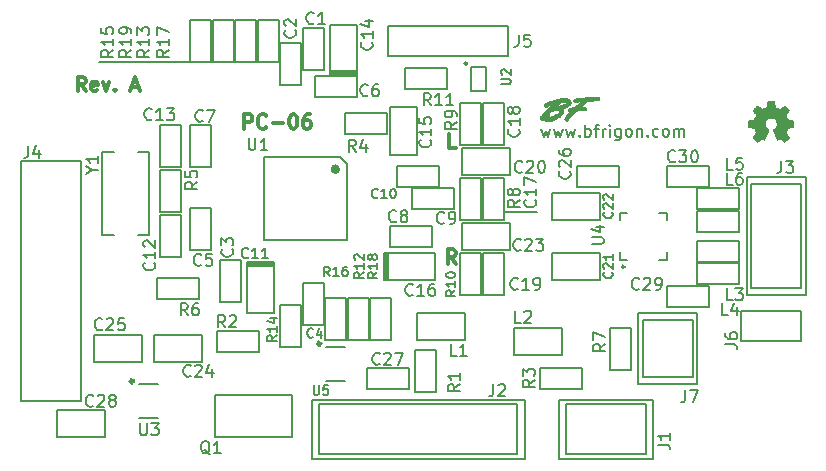
<source format=gto>
G04 #@! TF.GenerationSoftware,KiCad,Pcbnew,5.0.0-fee4fd1~65~ubuntu17.10.1*
G04 #@! TF.CreationDate,2018-10-29T14:10:20-04:00*
G04 #@! TF.ProjectId,daughterboard,6461756768746572626F6172642E6B69,rev?*
G04 #@! TF.SameCoordinates,Original*
G04 #@! TF.FileFunction,Legend,Top*
G04 #@! TF.FilePolarity,Positive*
%FSLAX46Y46*%
G04 Gerber Fmt 4.6, Leading zero omitted, Abs format (unit mm)*
G04 Created by KiCad (PCBNEW 5.0.0-fee4fd1~65~ubuntu17.10.1) date Mon Oct 29 14:10:20 2018*
%MOMM*%
%LPD*%
G01*
G04 APERTURE LIST*
%ADD10C,0.200000*%
%ADD11C,0.300000*%
%ADD12C,0.050000*%
%ADD13C,0.002540*%
%ADD14C,0.180000*%
%ADD15C,0.250000*%
%ADD16C,0.400000*%
%ADD17C,0.150000*%
G04 APERTURE END LIST*
D10*
X197104761Y-84875714D02*
X197295238Y-85542380D01*
X197485714Y-85066190D01*
X197676190Y-85542380D01*
X197866666Y-84875714D01*
X198152380Y-84875714D02*
X198342857Y-85542380D01*
X198533333Y-85066190D01*
X198723809Y-85542380D01*
X198914285Y-84875714D01*
X199200000Y-84875714D02*
X199390476Y-85542380D01*
X199580952Y-85066190D01*
X199771428Y-85542380D01*
X199961904Y-84875714D01*
X200342857Y-85447142D02*
X200390476Y-85494761D01*
X200342857Y-85542380D01*
X200295238Y-85494761D01*
X200342857Y-85447142D01*
X200342857Y-85542380D01*
X200819047Y-85542380D02*
X200819047Y-84542380D01*
X200819047Y-84923333D02*
X200914285Y-84875714D01*
X201104761Y-84875714D01*
X201200000Y-84923333D01*
X201247619Y-84970952D01*
X201295238Y-85066190D01*
X201295238Y-85351904D01*
X201247619Y-85447142D01*
X201200000Y-85494761D01*
X201104761Y-85542380D01*
X200914285Y-85542380D01*
X200819047Y-85494761D01*
X201580952Y-84875714D02*
X201961904Y-84875714D01*
X201723809Y-85542380D02*
X201723809Y-84685238D01*
X201771428Y-84590000D01*
X201866666Y-84542380D01*
X201961904Y-84542380D01*
X202295238Y-85542380D02*
X202295238Y-84875714D01*
X202295238Y-85066190D02*
X202342857Y-84970952D01*
X202390476Y-84923333D01*
X202485714Y-84875714D01*
X202580952Y-84875714D01*
X202914285Y-85542380D02*
X202914285Y-84875714D01*
X202914285Y-84542380D02*
X202866666Y-84590000D01*
X202914285Y-84637619D01*
X202961904Y-84590000D01*
X202914285Y-84542380D01*
X202914285Y-84637619D01*
X203819047Y-84875714D02*
X203819047Y-85685238D01*
X203771428Y-85780476D01*
X203723809Y-85828095D01*
X203628571Y-85875714D01*
X203485714Y-85875714D01*
X203390476Y-85828095D01*
X203819047Y-85494761D02*
X203723809Y-85542380D01*
X203533333Y-85542380D01*
X203438095Y-85494761D01*
X203390476Y-85447142D01*
X203342857Y-85351904D01*
X203342857Y-85066190D01*
X203390476Y-84970952D01*
X203438095Y-84923333D01*
X203533333Y-84875714D01*
X203723809Y-84875714D01*
X203819047Y-84923333D01*
X204438095Y-85542380D02*
X204342857Y-85494761D01*
X204295238Y-85447142D01*
X204247619Y-85351904D01*
X204247619Y-85066190D01*
X204295238Y-84970952D01*
X204342857Y-84923333D01*
X204438095Y-84875714D01*
X204580952Y-84875714D01*
X204676190Y-84923333D01*
X204723809Y-84970952D01*
X204771428Y-85066190D01*
X204771428Y-85351904D01*
X204723809Y-85447142D01*
X204676190Y-85494761D01*
X204580952Y-85542380D01*
X204438095Y-85542380D01*
X205200000Y-84875714D02*
X205200000Y-85542380D01*
X205200000Y-84970952D02*
X205247619Y-84923333D01*
X205342857Y-84875714D01*
X205485714Y-84875714D01*
X205580952Y-84923333D01*
X205628571Y-85018571D01*
X205628571Y-85542380D01*
X206104761Y-85447142D02*
X206152380Y-85494761D01*
X206104761Y-85542380D01*
X206057142Y-85494761D01*
X206104761Y-85447142D01*
X206104761Y-85542380D01*
X207009523Y-85494761D02*
X206914285Y-85542380D01*
X206723809Y-85542380D01*
X206628571Y-85494761D01*
X206580952Y-85447142D01*
X206533333Y-85351904D01*
X206533333Y-85066190D01*
X206580952Y-84970952D01*
X206628571Y-84923333D01*
X206723809Y-84875714D01*
X206914285Y-84875714D01*
X207009523Y-84923333D01*
X207580952Y-85542380D02*
X207485714Y-85494761D01*
X207438095Y-85447142D01*
X207390476Y-85351904D01*
X207390476Y-85066190D01*
X207438095Y-84970952D01*
X207485714Y-84923333D01*
X207580952Y-84875714D01*
X207723809Y-84875714D01*
X207819047Y-84923333D01*
X207866666Y-84970952D01*
X207914285Y-85066190D01*
X207914285Y-85351904D01*
X207866666Y-85447142D01*
X207819047Y-85494761D01*
X207723809Y-85542380D01*
X207580952Y-85542380D01*
X208342857Y-85542380D02*
X208342857Y-84875714D01*
X208342857Y-84970952D02*
X208390476Y-84923333D01*
X208485714Y-84875714D01*
X208628571Y-84875714D01*
X208723809Y-84923333D01*
X208771428Y-85018571D01*
X208771428Y-85542380D01*
X208771428Y-85018571D02*
X208819047Y-84923333D01*
X208914285Y-84875714D01*
X209057142Y-84875714D01*
X209152380Y-84923333D01*
X209200000Y-85018571D01*
X209200000Y-85542380D01*
D11*
X158543857Y-81695857D02*
X158143857Y-81124428D01*
X157858142Y-81695857D02*
X157858142Y-80495857D01*
X158315285Y-80495857D01*
X158429571Y-80553000D01*
X158486714Y-80610142D01*
X158543857Y-80724428D01*
X158543857Y-80895857D01*
X158486714Y-81010142D01*
X158429571Y-81067285D01*
X158315285Y-81124428D01*
X157858142Y-81124428D01*
X159515285Y-81638714D02*
X159401000Y-81695857D01*
X159172428Y-81695857D01*
X159058142Y-81638714D01*
X159001000Y-81524428D01*
X159001000Y-81067285D01*
X159058142Y-80953000D01*
X159172428Y-80895857D01*
X159401000Y-80895857D01*
X159515285Y-80953000D01*
X159572428Y-81067285D01*
X159572428Y-81181571D01*
X159001000Y-81295857D01*
X159972428Y-80895857D02*
X160258142Y-81695857D01*
X160543857Y-80895857D01*
X161001000Y-81581571D02*
X161058142Y-81638714D01*
X161001000Y-81695857D01*
X160943857Y-81638714D01*
X161001000Y-81581571D01*
X161001000Y-81695857D01*
X162429571Y-81353000D02*
X163001000Y-81353000D01*
X162315285Y-81695857D02*
X162715285Y-80495857D01*
X163115285Y-81695857D01*
X171952000Y-84870857D02*
X171952000Y-83670857D01*
X172409142Y-83670857D01*
X172523428Y-83728000D01*
X172580571Y-83785142D01*
X172637714Y-83899428D01*
X172637714Y-84070857D01*
X172580571Y-84185142D01*
X172523428Y-84242285D01*
X172409142Y-84299428D01*
X171952000Y-84299428D01*
X173837714Y-84756571D02*
X173780571Y-84813714D01*
X173609142Y-84870857D01*
X173494857Y-84870857D01*
X173323428Y-84813714D01*
X173209142Y-84699428D01*
X173152000Y-84585142D01*
X173094857Y-84356571D01*
X173094857Y-84185142D01*
X173152000Y-83956571D01*
X173209142Y-83842285D01*
X173323428Y-83728000D01*
X173494857Y-83670857D01*
X173609142Y-83670857D01*
X173780571Y-83728000D01*
X173837714Y-83785142D01*
X174352000Y-84413714D02*
X175266285Y-84413714D01*
X176066285Y-83670857D02*
X176180571Y-83670857D01*
X176294857Y-83728000D01*
X176352000Y-83785142D01*
X176409142Y-83899428D01*
X176466285Y-84128000D01*
X176466285Y-84413714D01*
X176409142Y-84642285D01*
X176352000Y-84756571D01*
X176294857Y-84813714D01*
X176180571Y-84870857D01*
X176066285Y-84870857D01*
X175952000Y-84813714D01*
X175894857Y-84756571D01*
X175837714Y-84642285D01*
X175780571Y-84413714D01*
X175780571Y-84128000D01*
X175837714Y-83899428D01*
X175894857Y-83785142D01*
X175952000Y-83728000D01*
X176066285Y-83670857D01*
X177494857Y-83670857D02*
X177266285Y-83670857D01*
X177152000Y-83728000D01*
X177094857Y-83785142D01*
X176980571Y-83956571D01*
X176923428Y-84185142D01*
X176923428Y-84642285D01*
X176980571Y-84756571D01*
X177037714Y-84813714D01*
X177152000Y-84870857D01*
X177380571Y-84870857D01*
X177494857Y-84813714D01*
X177552000Y-84756571D01*
X177609142Y-84642285D01*
X177609142Y-84356571D01*
X177552000Y-84242285D01*
X177494857Y-84185142D01*
X177380571Y-84128000D01*
X177152000Y-84128000D01*
X177037714Y-84185142D01*
X176980571Y-84242285D01*
X176923428Y-84356571D01*
X189855428Y-86521857D02*
X189284000Y-86521857D01*
X189284000Y-85321857D01*
X189855428Y-96300857D02*
X189455428Y-95729428D01*
X189169714Y-96300857D02*
X189169714Y-95100857D01*
X189626857Y-95100857D01*
X189741142Y-95158000D01*
X189798285Y-95215142D01*
X189855428Y-95329428D01*
X189855428Y-95500857D01*
X189798285Y-95615142D01*
X189741142Y-95672285D01*
X189626857Y-95729428D01*
X189169714Y-95729428D01*
D10*
X159639000Y-79248000D02*
X167259000Y-79248000D01*
X196723000Y-91948000D02*
X194056000Y-91948000D01*
D12*
G04 #@! TO.C,REF\002A\002A*
G36*
X202014583Y-82303697D02*
X202008048Y-82351163D01*
X201990308Y-82397653D01*
X201962425Y-82437663D01*
X201946479Y-82452383D01*
X201934276Y-82460181D01*
X201918018Y-82466114D01*
X201894353Y-82470632D01*
X201859933Y-82474185D01*
X201811409Y-82477224D01*
X201745432Y-82480199D01*
X201737163Y-82480533D01*
X201671217Y-82483385D01*
X201590282Y-82487201D01*
X201500493Y-82491674D01*
X201407989Y-82496494D01*
X201318908Y-82501355D01*
X201289708Y-82503006D01*
X201216574Y-82507161D01*
X201150163Y-82510884D01*
X201093489Y-82514011D01*
X201049563Y-82516376D01*
X201021398Y-82517816D01*
X201012297Y-82518190D01*
X200999460Y-82524651D01*
X200974331Y-82542146D01*
X200940676Y-82567917D01*
X200906464Y-82595694D01*
X200875072Y-82622403D01*
X200834320Y-82657924D01*
X200786628Y-82700065D01*
X200734416Y-82746633D01*
X200680105Y-82795436D01*
X200626114Y-82844282D01*
X200574864Y-82890977D01*
X200528774Y-82933330D01*
X200490265Y-82969147D01*
X200461757Y-82996237D01*
X200445669Y-83012406D01*
X200443205Y-83015401D01*
X200450736Y-83018848D01*
X200476967Y-83020664D01*
X200519489Y-83020791D01*
X200575892Y-83019170D01*
X200583483Y-83018855D01*
X200656285Y-83016711D01*
X200712094Y-83017843D01*
X200754932Y-83022992D01*
X200788819Y-83032897D01*
X200817779Y-83048300D01*
X200841691Y-83066409D01*
X200875535Y-83104304D01*
X200899486Y-83149829D01*
X200911670Y-83197093D01*
X200910215Y-83240200D01*
X200903102Y-83259669D01*
X200895192Y-83272349D01*
X200884957Y-83282693D01*
X200870254Y-83290987D01*
X200848945Y-83297514D01*
X200818886Y-83302559D01*
X200777937Y-83306405D01*
X200723956Y-83309337D01*
X200654802Y-83311639D01*
X200568335Y-83313594D01*
X200485375Y-83315099D01*
X200400329Y-83316841D01*
X200321153Y-83319007D01*
X200250569Y-83321481D01*
X200191300Y-83324147D01*
X200146068Y-83326888D01*
X200117596Y-83329587D01*
X200109567Y-83331184D01*
X200092933Y-83342132D01*
X200063809Y-83366215D01*
X200024384Y-83401321D01*
X199976847Y-83445334D01*
X199923387Y-83496141D01*
X199866193Y-83551628D01*
X199807455Y-83609681D01*
X199749362Y-83668185D01*
X199694102Y-83725028D01*
X199643864Y-83778095D01*
X199620347Y-83803612D01*
X199535557Y-83899306D01*
X199465934Y-83983843D01*
X199409994Y-84059134D01*
X199366252Y-84127090D01*
X199358538Y-84140499D01*
X199324882Y-84190198D01*
X199290008Y-84219805D01*
X199251566Y-84230366D01*
X199207207Y-84222924D01*
X199188992Y-84215890D01*
X199135287Y-84183002D01*
X199094183Y-84135127D01*
X199080905Y-84111858D01*
X199067283Y-84072776D01*
X199065845Y-84030114D01*
X199077325Y-83981837D01*
X199102457Y-83925905D01*
X199141977Y-83860280D01*
X199196618Y-83782926D01*
X199202193Y-83775466D01*
X199232562Y-83735336D01*
X199259495Y-83700850D01*
X199286139Y-83668328D01*
X199315644Y-83634093D01*
X199351159Y-83594464D01*
X199395832Y-83545765D01*
X199435000Y-83503487D01*
X199507784Y-83425099D01*
X199469958Y-83412095D01*
X199431478Y-83395551D01*
X199407903Y-83374727D01*
X199393068Y-83343344D01*
X199389075Y-83329732D01*
X199382727Y-83280810D01*
X199387425Y-83230115D01*
X199401471Y-83183199D01*
X199423167Y-83145616D01*
X199450814Y-83122918D01*
X199452533Y-83122188D01*
X199471640Y-83117049D01*
X199507798Y-83109566D01*
X199557105Y-83100401D01*
X199615659Y-83090215D01*
X199679559Y-83079669D01*
X199744904Y-83069425D01*
X199807791Y-83060144D01*
X199861981Y-83052786D01*
X199878211Y-83050225D01*
X199893550Y-83045960D01*
X199910113Y-83038439D01*
X199930015Y-83026112D01*
X199955372Y-83007427D01*
X199988297Y-82980833D01*
X200030907Y-82944777D01*
X200085316Y-82897710D01*
X200148105Y-82842917D01*
X200209973Y-82788870D01*
X200268938Y-82737421D01*
X200322462Y-82690780D01*
X200368006Y-82651157D01*
X200403034Y-82620762D01*
X200425006Y-82601804D01*
X200426799Y-82600270D01*
X200449580Y-82579287D01*
X200461737Y-82564902D01*
X200461422Y-82560583D01*
X200447608Y-82561655D01*
X200416211Y-82564640D01*
X200370692Y-82569192D01*
X200314515Y-82574964D01*
X200251141Y-82581610D01*
X200246490Y-82582102D01*
X200164615Y-82591518D01*
X200099733Y-82600561D01*
X200053085Y-82609028D01*
X200025910Y-82616715D01*
X200021284Y-82619144D01*
X199997476Y-82627944D01*
X199961289Y-82633329D01*
X199921314Y-82634783D01*
X199886139Y-82631793D01*
X199872015Y-82628092D01*
X199849671Y-82609060D01*
X199833914Y-82575002D01*
X199825369Y-82531203D01*
X199824662Y-82482949D01*
X199832419Y-82435522D01*
X199845219Y-82401566D01*
X199864274Y-82371492D01*
X199885524Y-82347963D01*
X199891074Y-82343722D01*
X199913621Y-82335168D01*
X199955467Y-82325719D01*
X200014771Y-82315547D01*
X200089691Y-82304825D01*
X200178385Y-82293725D01*
X200279014Y-82282420D01*
X200389735Y-82271082D01*
X200508707Y-82259883D01*
X200634089Y-82248996D01*
X200764041Y-82238594D01*
X200896720Y-82228848D01*
X201030285Y-82219931D01*
X201162896Y-82212016D01*
X201292711Y-82205274D01*
X201417889Y-82199879D01*
X201433444Y-82199296D01*
X201559144Y-82195153D01*
X201665320Y-82192789D01*
X201753545Y-82192286D01*
X201825395Y-82193724D01*
X201882443Y-82197183D01*
X201926264Y-82202746D01*
X201958431Y-82210491D01*
X201980518Y-82220501D01*
X201989796Y-82227833D01*
X202008853Y-82260753D01*
X202014583Y-82303697D01*
X202014583Y-82303697D01*
G37*
X202014583Y-82303697D02*
X202008048Y-82351163D01*
X201990308Y-82397653D01*
X201962425Y-82437663D01*
X201946479Y-82452383D01*
X201934276Y-82460181D01*
X201918018Y-82466114D01*
X201894353Y-82470632D01*
X201859933Y-82474185D01*
X201811409Y-82477224D01*
X201745432Y-82480199D01*
X201737163Y-82480533D01*
X201671217Y-82483385D01*
X201590282Y-82487201D01*
X201500493Y-82491674D01*
X201407989Y-82496494D01*
X201318908Y-82501355D01*
X201289708Y-82503006D01*
X201216574Y-82507161D01*
X201150163Y-82510884D01*
X201093489Y-82514011D01*
X201049563Y-82516376D01*
X201021398Y-82517816D01*
X201012297Y-82518190D01*
X200999460Y-82524651D01*
X200974331Y-82542146D01*
X200940676Y-82567917D01*
X200906464Y-82595694D01*
X200875072Y-82622403D01*
X200834320Y-82657924D01*
X200786628Y-82700065D01*
X200734416Y-82746633D01*
X200680105Y-82795436D01*
X200626114Y-82844282D01*
X200574864Y-82890977D01*
X200528774Y-82933330D01*
X200490265Y-82969147D01*
X200461757Y-82996237D01*
X200445669Y-83012406D01*
X200443205Y-83015401D01*
X200450736Y-83018848D01*
X200476967Y-83020664D01*
X200519489Y-83020791D01*
X200575892Y-83019170D01*
X200583483Y-83018855D01*
X200656285Y-83016711D01*
X200712094Y-83017843D01*
X200754932Y-83022992D01*
X200788819Y-83032897D01*
X200817779Y-83048300D01*
X200841691Y-83066409D01*
X200875535Y-83104304D01*
X200899486Y-83149829D01*
X200911670Y-83197093D01*
X200910215Y-83240200D01*
X200903102Y-83259669D01*
X200895192Y-83272349D01*
X200884957Y-83282693D01*
X200870254Y-83290987D01*
X200848945Y-83297514D01*
X200818886Y-83302559D01*
X200777937Y-83306405D01*
X200723956Y-83309337D01*
X200654802Y-83311639D01*
X200568335Y-83313594D01*
X200485375Y-83315099D01*
X200400329Y-83316841D01*
X200321153Y-83319007D01*
X200250569Y-83321481D01*
X200191300Y-83324147D01*
X200146068Y-83326888D01*
X200117596Y-83329587D01*
X200109567Y-83331184D01*
X200092933Y-83342132D01*
X200063809Y-83366215D01*
X200024384Y-83401321D01*
X199976847Y-83445334D01*
X199923387Y-83496141D01*
X199866193Y-83551628D01*
X199807455Y-83609681D01*
X199749362Y-83668185D01*
X199694102Y-83725028D01*
X199643864Y-83778095D01*
X199620347Y-83803612D01*
X199535557Y-83899306D01*
X199465934Y-83983843D01*
X199409994Y-84059134D01*
X199366252Y-84127090D01*
X199358538Y-84140499D01*
X199324882Y-84190198D01*
X199290008Y-84219805D01*
X199251566Y-84230366D01*
X199207207Y-84222924D01*
X199188992Y-84215890D01*
X199135287Y-84183002D01*
X199094183Y-84135127D01*
X199080905Y-84111858D01*
X199067283Y-84072776D01*
X199065845Y-84030114D01*
X199077325Y-83981837D01*
X199102457Y-83925905D01*
X199141977Y-83860280D01*
X199196618Y-83782926D01*
X199202193Y-83775466D01*
X199232562Y-83735336D01*
X199259495Y-83700850D01*
X199286139Y-83668328D01*
X199315644Y-83634093D01*
X199351159Y-83594464D01*
X199395832Y-83545765D01*
X199435000Y-83503487D01*
X199507784Y-83425099D01*
X199469958Y-83412095D01*
X199431478Y-83395551D01*
X199407903Y-83374727D01*
X199393068Y-83343344D01*
X199389075Y-83329732D01*
X199382727Y-83280810D01*
X199387425Y-83230115D01*
X199401471Y-83183199D01*
X199423167Y-83145616D01*
X199450814Y-83122918D01*
X199452533Y-83122188D01*
X199471640Y-83117049D01*
X199507798Y-83109566D01*
X199557105Y-83100401D01*
X199615659Y-83090215D01*
X199679559Y-83079669D01*
X199744904Y-83069425D01*
X199807791Y-83060144D01*
X199861981Y-83052786D01*
X199878211Y-83050225D01*
X199893550Y-83045960D01*
X199910113Y-83038439D01*
X199930015Y-83026112D01*
X199955372Y-83007427D01*
X199988297Y-82980833D01*
X200030907Y-82944777D01*
X200085316Y-82897710D01*
X200148105Y-82842917D01*
X200209973Y-82788870D01*
X200268938Y-82737421D01*
X200322462Y-82690780D01*
X200368006Y-82651157D01*
X200403034Y-82620762D01*
X200425006Y-82601804D01*
X200426799Y-82600270D01*
X200449580Y-82579287D01*
X200461737Y-82564902D01*
X200461422Y-82560583D01*
X200447608Y-82561655D01*
X200416211Y-82564640D01*
X200370692Y-82569192D01*
X200314515Y-82574964D01*
X200251141Y-82581610D01*
X200246490Y-82582102D01*
X200164615Y-82591518D01*
X200099733Y-82600561D01*
X200053085Y-82609028D01*
X200025910Y-82616715D01*
X200021284Y-82619144D01*
X199997476Y-82627944D01*
X199961289Y-82633329D01*
X199921314Y-82634783D01*
X199886139Y-82631793D01*
X199872015Y-82628092D01*
X199849671Y-82609060D01*
X199833914Y-82575002D01*
X199825369Y-82531203D01*
X199824662Y-82482949D01*
X199832419Y-82435522D01*
X199845219Y-82401566D01*
X199864274Y-82371492D01*
X199885524Y-82347963D01*
X199891074Y-82343722D01*
X199913621Y-82335168D01*
X199955467Y-82325719D01*
X200014771Y-82315547D01*
X200089691Y-82304825D01*
X200178385Y-82293725D01*
X200279014Y-82282420D01*
X200389735Y-82271082D01*
X200508707Y-82259883D01*
X200634089Y-82248996D01*
X200764041Y-82238594D01*
X200896720Y-82228848D01*
X201030285Y-82219931D01*
X201162896Y-82212016D01*
X201292711Y-82205274D01*
X201417889Y-82199879D01*
X201433444Y-82199296D01*
X201559144Y-82195153D01*
X201665320Y-82192789D01*
X201753545Y-82192286D01*
X201825395Y-82193724D01*
X201882443Y-82197183D01*
X201926264Y-82202746D01*
X201958431Y-82210491D01*
X201980518Y-82220501D01*
X201989796Y-82227833D01*
X202008853Y-82260753D01*
X202014583Y-82303697D01*
G36*
X199591040Y-82659621D02*
X199587773Y-82722702D01*
X199575688Y-82777055D01*
X199570484Y-82790139D01*
X199532676Y-82850455D01*
X199474798Y-82910196D01*
X199397948Y-82968658D01*
X199309707Y-83021271D01*
X199309707Y-82637752D01*
X199283708Y-82623350D01*
X199249655Y-82612208D01*
X199197853Y-82605530D01*
X199131223Y-82603220D01*
X199052683Y-82605180D01*
X198965154Y-82611313D01*
X198871556Y-82621522D01*
X198774810Y-82635709D01*
X198741770Y-82641412D01*
X198697671Y-82649635D01*
X198670400Y-82656305D01*
X198655918Y-82663422D01*
X198650186Y-82672984D01*
X198649166Y-82686990D01*
X198649166Y-82687255D01*
X198647226Y-82705082D01*
X198640044Y-82723222D01*
X198625574Y-82743999D01*
X198601773Y-82769734D01*
X198566597Y-82802749D01*
X198518001Y-82845366D01*
X198485518Y-82873140D01*
X198443160Y-82909364D01*
X198407180Y-82940514D01*
X198380365Y-82964149D01*
X198365499Y-82977825D01*
X198363416Y-82980185D01*
X198369593Y-82981244D01*
X198389143Y-82978377D01*
X198423596Y-82971254D01*
X198474483Y-82959545D01*
X198543333Y-82942918D01*
X198596250Y-82929862D01*
X198723293Y-82896206D01*
X198843688Y-82860158D01*
X198955127Y-82822607D01*
X199055304Y-82784443D01*
X199141913Y-82746556D01*
X199212648Y-82709836D01*
X199265203Y-82675172D01*
X199273124Y-82668738D01*
X199309707Y-82637752D01*
X199309707Y-83021271D01*
X199303224Y-83025137D01*
X199191721Y-83078931D01*
X199064537Y-83129336D01*
X199014291Y-83146795D01*
X198974008Y-83160314D01*
X198940952Y-83171422D01*
X198920654Y-83178259D01*
X198917745Y-83179246D01*
X198915714Y-83190402D01*
X198924454Y-83217240D01*
X198941558Y-83254215D01*
X198961281Y-83296647D01*
X198972132Y-83331495D01*
X198976595Y-83369037D01*
X198977250Y-83401810D01*
X198971959Y-83465170D01*
X198954985Y-83525242D01*
X198924674Y-83585113D01*
X198879374Y-83647871D01*
X198817429Y-83716605D01*
X198798396Y-83735833D01*
X198688821Y-83832720D01*
X198670333Y-83845988D01*
X198670333Y-83383098D01*
X198660307Y-83365399D01*
X198632417Y-83349288D01*
X198589948Y-83335436D01*
X198536182Y-83324517D01*
X198474403Y-83317202D01*
X198407894Y-83314165D01*
X198342250Y-83315922D01*
X198187344Y-83333033D01*
X198029916Y-83363531D01*
X198002400Y-83370254D01*
X197968124Y-83380111D01*
X197940065Y-83392165D01*
X197912576Y-83409888D01*
X197880014Y-83436748D01*
X197850035Y-83463900D01*
X197767644Y-83539879D01*
X197785072Y-83573580D01*
X197799435Y-83617595D01*
X197801768Y-83665097D01*
X197792296Y-83707933D01*
X197780765Y-83728359D01*
X197755754Y-83749434D01*
X197721703Y-83765911D01*
X197714619Y-83768088D01*
X197652216Y-83785880D01*
X197605734Y-83801322D01*
X197570360Y-83816326D01*
X197541281Y-83832803D01*
X197527113Y-83842542D01*
X197503551Y-83861742D01*
X197490693Y-83876524D01*
X197490043Y-83881633D01*
X197507225Y-83890534D01*
X197538102Y-83899959D01*
X197575325Y-83908145D01*
X197611546Y-83913326D01*
X197625675Y-83914210D01*
X197656109Y-83912534D01*
X197698345Y-83907144D01*
X197743581Y-83899179D01*
X197746450Y-83898593D01*
X197847463Y-83872468D01*
X197959426Y-83834312D01*
X198077547Y-83786240D01*
X198197031Y-83730365D01*
X198313084Y-83668804D01*
X198420912Y-83603671D01*
X198433219Y-83595617D01*
X198486913Y-83558197D01*
X198538641Y-83518608D01*
X198585539Y-83479417D01*
X198624745Y-83443192D01*
X198653393Y-83412497D01*
X198668622Y-83389901D01*
X198670333Y-83383098D01*
X198670333Y-83845988D01*
X198562022Y-83923723D01*
X198421547Y-84007044D01*
X198270939Y-84080884D01*
X198113746Y-84143444D01*
X197953512Y-84192926D01*
X197849412Y-84217224D01*
X197768172Y-84230782D01*
X197685719Y-84239361D01*
X197606890Y-84242822D01*
X197536520Y-84241025D01*
X197479446Y-84233830D01*
X197458541Y-84228529D01*
X197400389Y-84206023D01*
X197345436Y-84174943D01*
X197302042Y-84143960D01*
X197253849Y-84107174D01*
X197213320Y-84128319D01*
X197161130Y-84144997D01*
X197109543Y-84142970D01*
X197062005Y-84124507D01*
X197021959Y-84091878D01*
X196992849Y-84047353D01*
X196978120Y-83993202D01*
X196977000Y-83972582D01*
X196979091Y-83934267D01*
X196984404Y-83900160D01*
X196987932Y-83887873D01*
X197002967Y-83861391D01*
X197032149Y-83822205D01*
X197073963Y-83771853D01*
X197126899Y-83711874D01*
X197189443Y-83643805D01*
X197260082Y-83569185D01*
X197337305Y-83489552D01*
X197419599Y-83406443D01*
X197505451Y-83321399D01*
X197593349Y-83235956D01*
X197681780Y-83151652D01*
X197769232Y-83070027D01*
X197854192Y-82992617D01*
X197935149Y-82920963D01*
X197958838Y-82900466D01*
X197993692Y-82870179D01*
X198021166Y-82845712D01*
X198038194Y-82829836D01*
X198042163Y-82825166D01*
X198031175Y-82828410D01*
X198003886Y-82837321D01*
X197964008Y-82850663D01*
X197915249Y-82867204D01*
X197896809Y-82873508D01*
X197784539Y-82914052D01*
X197693138Y-82951625D01*
X197622631Y-82986213D01*
X197573045Y-83017806D01*
X197563026Y-83026014D01*
X197519687Y-83051517D01*
X197472466Y-83058521D01*
X197425645Y-83048060D01*
X197383505Y-83021163D01*
X197350328Y-82978863D01*
X197347843Y-82974170D01*
X197329915Y-82917230D01*
X197331654Y-82859038D01*
X197352248Y-82803691D01*
X197390883Y-82755282D01*
X197391365Y-82754840D01*
X197421724Y-82732831D01*
X197469220Y-82705667D01*
X197530839Y-82674662D01*
X197603564Y-82641132D01*
X197684380Y-82606391D01*
X197770271Y-82571756D01*
X197858222Y-82538540D01*
X197945217Y-82508059D01*
X197993000Y-82492482D01*
X198114010Y-82456365D01*
X198241035Y-82422359D01*
X198371384Y-82390927D01*
X198502367Y-82362535D01*
X198631293Y-82337643D01*
X198755472Y-82316717D01*
X198872213Y-82300219D01*
X198978825Y-82288613D01*
X199072618Y-82282361D01*
X199150901Y-82281928D01*
X199195543Y-82285400D01*
X199295958Y-82306482D01*
X199384679Y-82341789D01*
X199459976Y-82390146D01*
X199520115Y-82450379D01*
X199563363Y-82521315D01*
X199571050Y-82539839D01*
X199585472Y-82595953D01*
X199591040Y-82659621D01*
X199591040Y-82659621D01*
G37*
X199591040Y-82659621D02*
X199587773Y-82722702D01*
X199575688Y-82777055D01*
X199570484Y-82790139D01*
X199532676Y-82850455D01*
X199474798Y-82910196D01*
X199397948Y-82968658D01*
X199309707Y-83021271D01*
X199309707Y-82637752D01*
X199283708Y-82623350D01*
X199249655Y-82612208D01*
X199197853Y-82605530D01*
X199131223Y-82603220D01*
X199052683Y-82605180D01*
X198965154Y-82611313D01*
X198871556Y-82621522D01*
X198774810Y-82635709D01*
X198741770Y-82641412D01*
X198697671Y-82649635D01*
X198670400Y-82656305D01*
X198655918Y-82663422D01*
X198650186Y-82672984D01*
X198649166Y-82686990D01*
X198649166Y-82687255D01*
X198647226Y-82705082D01*
X198640044Y-82723222D01*
X198625574Y-82743999D01*
X198601773Y-82769734D01*
X198566597Y-82802749D01*
X198518001Y-82845366D01*
X198485518Y-82873140D01*
X198443160Y-82909364D01*
X198407180Y-82940514D01*
X198380365Y-82964149D01*
X198365499Y-82977825D01*
X198363416Y-82980185D01*
X198369593Y-82981244D01*
X198389143Y-82978377D01*
X198423596Y-82971254D01*
X198474483Y-82959545D01*
X198543333Y-82942918D01*
X198596250Y-82929862D01*
X198723293Y-82896206D01*
X198843688Y-82860158D01*
X198955127Y-82822607D01*
X199055304Y-82784443D01*
X199141913Y-82746556D01*
X199212648Y-82709836D01*
X199265203Y-82675172D01*
X199273124Y-82668738D01*
X199309707Y-82637752D01*
X199309707Y-83021271D01*
X199303224Y-83025137D01*
X199191721Y-83078931D01*
X199064537Y-83129336D01*
X199014291Y-83146795D01*
X198974008Y-83160314D01*
X198940952Y-83171422D01*
X198920654Y-83178259D01*
X198917745Y-83179246D01*
X198915714Y-83190402D01*
X198924454Y-83217240D01*
X198941558Y-83254215D01*
X198961281Y-83296647D01*
X198972132Y-83331495D01*
X198976595Y-83369037D01*
X198977250Y-83401810D01*
X198971959Y-83465170D01*
X198954985Y-83525242D01*
X198924674Y-83585113D01*
X198879374Y-83647871D01*
X198817429Y-83716605D01*
X198798396Y-83735833D01*
X198688821Y-83832720D01*
X198670333Y-83845988D01*
X198670333Y-83383098D01*
X198660307Y-83365399D01*
X198632417Y-83349288D01*
X198589948Y-83335436D01*
X198536182Y-83324517D01*
X198474403Y-83317202D01*
X198407894Y-83314165D01*
X198342250Y-83315922D01*
X198187344Y-83333033D01*
X198029916Y-83363531D01*
X198002400Y-83370254D01*
X197968124Y-83380111D01*
X197940065Y-83392165D01*
X197912576Y-83409888D01*
X197880014Y-83436748D01*
X197850035Y-83463900D01*
X197767644Y-83539879D01*
X197785072Y-83573580D01*
X197799435Y-83617595D01*
X197801768Y-83665097D01*
X197792296Y-83707933D01*
X197780765Y-83728359D01*
X197755754Y-83749434D01*
X197721703Y-83765911D01*
X197714619Y-83768088D01*
X197652216Y-83785880D01*
X197605734Y-83801322D01*
X197570360Y-83816326D01*
X197541281Y-83832803D01*
X197527113Y-83842542D01*
X197503551Y-83861742D01*
X197490693Y-83876524D01*
X197490043Y-83881633D01*
X197507225Y-83890534D01*
X197538102Y-83899959D01*
X197575325Y-83908145D01*
X197611546Y-83913326D01*
X197625675Y-83914210D01*
X197656109Y-83912534D01*
X197698345Y-83907144D01*
X197743581Y-83899179D01*
X197746450Y-83898593D01*
X197847463Y-83872468D01*
X197959426Y-83834312D01*
X198077547Y-83786240D01*
X198197031Y-83730365D01*
X198313084Y-83668804D01*
X198420912Y-83603671D01*
X198433219Y-83595617D01*
X198486913Y-83558197D01*
X198538641Y-83518608D01*
X198585539Y-83479417D01*
X198624745Y-83443192D01*
X198653393Y-83412497D01*
X198668622Y-83389901D01*
X198670333Y-83383098D01*
X198670333Y-83845988D01*
X198562022Y-83923723D01*
X198421547Y-84007044D01*
X198270939Y-84080884D01*
X198113746Y-84143444D01*
X197953512Y-84192926D01*
X197849412Y-84217224D01*
X197768172Y-84230782D01*
X197685719Y-84239361D01*
X197606890Y-84242822D01*
X197536520Y-84241025D01*
X197479446Y-84233830D01*
X197458541Y-84228529D01*
X197400389Y-84206023D01*
X197345436Y-84174943D01*
X197302042Y-84143960D01*
X197253849Y-84107174D01*
X197213320Y-84128319D01*
X197161130Y-84144997D01*
X197109543Y-84142970D01*
X197062005Y-84124507D01*
X197021959Y-84091878D01*
X196992849Y-84047353D01*
X196978120Y-83993202D01*
X196977000Y-83972582D01*
X196979091Y-83934267D01*
X196984404Y-83900160D01*
X196987932Y-83887873D01*
X197002967Y-83861391D01*
X197032149Y-83822205D01*
X197073963Y-83771853D01*
X197126899Y-83711874D01*
X197189443Y-83643805D01*
X197260082Y-83569185D01*
X197337305Y-83489552D01*
X197419599Y-83406443D01*
X197505451Y-83321399D01*
X197593349Y-83235956D01*
X197681780Y-83151652D01*
X197769232Y-83070027D01*
X197854192Y-82992617D01*
X197935149Y-82920963D01*
X197958838Y-82900466D01*
X197993692Y-82870179D01*
X198021166Y-82845712D01*
X198038194Y-82829836D01*
X198042163Y-82825166D01*
X198031175Y-82828410D01*
X198003886Y-82837321D01*
X197964008Y-82850663D01*
X197915249Y-82867204D01*
X197896809Y-82873508D01*
X197784539Y-82914052D01*
X197693138Y-82951625D01*
X197622631Y-82986213D01*
X197573045Y-83017806D01*
X197563026Y-83026014D01*
X197519687Y-83051517D01*
X197472466Y-83058521D01*
X197425645Y-83048060D01*
X197383505Y-83021163D01*
X197350328Y-82978863D01*
X197347843Y-82974170D01*
X197329915Y-82917230D01*
X197331654Y-82859038D01*
X197352248Y-82803691D01*
X197390883Y-82755282D01*
X197391365Y-82754840D01*
X197421724Y-82732831D01*
X197469220Y-82705667D01*
X197530839Y-82674662D01*
X197603564Y-82641132D01*
X197684380Y-82606391D01*
X197770271Y-82571756D01*
X197858222Y-82538540D01*
X197945217Y-82508059D01*
X197993000Y-82492482D01*
X198114010Y-82456365D01*
X198241035Y-82422359D01*
X198371384Y-82390927D01*
X198502367Y-82362535D01*
X198631293Y-82337643D01*
X198755472Y-82316717D01*
X198872213Y-82300219D01*
X198978825Y-82288613D01*
X199072618Y-82282361D01*
X199150901Y-82281928D01*
X199195543Y-82285400D01*
X199295958Y-82306482D01*
X199384679Y-82341789D01*
X199459976Y-82390146D01*
X199520115Y-82450379D01*
X199563363Y-82521315D01*
X199571050Y-82539839D01*
X199585472Y-82595953D01*
X199591040Y-82659621D01*
D13*
G36*
X215381840Y-85973920D02*
X215402160Y-85963760D01*
X215445340Y-85935820D01*
X215508840Y-85892640D01*
X215585040Y-85844380D01*
X215658700Y-85791040D01*
X215722200Y-85750400D01*
X215765380Y-85722460D01*
X215783160Y-85712300D01*
X215793320Y-85717380D01*
X215828880Y-85732620D01*
X215882220Y-85760560D01*
X215910160Y-85775800D01*
X215958420Y-85796120D01*
X215983820Y-85801200D01*
X215986360Y-85793580D01*
X216004140Y-85758020D01*
X216032080Y-85694520D01*
X216067640Y-85613240D01*
X216108280Y-85516720D01*
X216154000Y-85412580D01*
X216197180Y-85305900D01*
X216240360Y-85204300D01*
X216275920Y-85112860D01*
X216306400Y-85039200D01*
X216326720Y-84988400D01*
X216334340Y-84965540D01*
X216331800Y-84960460D01*
X216306400Y-84937600D01*
X216265760Y-84907120D01*
X216176860Y-84833460D01*
X216085420Y-84721700D01*
X216032080Y-84594700D01*
X216014300Y-84455000D01*
X216029540Y-84328000D01*
X216080340Y-84201000D01*
X216166700Y-84089240D01*
X216273380Y-84005420D01*
X216397840Y-83954620D01*
X216535000Y-83936840D01*
X216667080Y-83952080D01*
X216794080Y-84002880D01*
X216905840Y-84086700D01*
X216954100Y-84142580D01*
X217020140Y-84256880D01*
X217055700Y-84378800D01*
X217060780Y-84409280D01*
X217055700Y-84541360D01*
X217015060Y-84668360D01*
X216943940Y-84782660D01*
X216847420Y-84876640D01*
X216834720Y-84886800D01*
X216789000Y-84919820D01*
X216758520Y-84945220D01*
X216735660Y-84963000D01*
X216905840Y-85374480D01*
X216933780Y-85437980D01*
X216979500Y-85549740D01*
X217020140Y-85646260D01*
X217053160Y-85725000D01*
X217076020Y-85775800D01*
X217086180Y-85796120D01*
X217086180Y-85798660D01*
X217101420Y-85801200D01*
X217134440Y-85788500D01*
X217190320Y-85760560D01*
X217228420Y-85742780D01*
X217271600Y-85719920D01*
X217291920Y-85712300D01*
X217307160Y-85722460D01*
X217350340Y-85747860D01*
X217411300Y-85788500D01*
X217484960Y-85839300D01*
X217553540Y-85887560D01*
X217619580Y-85930740D01*
X217665300Y-85958680D01*
X217688160Y-85971380D01*
X217690700Y-85971380D01*
X217711020Y-85961220D01*
X217749120Y-85930740D01*
X217805000Y-85877400D01*
X217883740Y-85798660D01*
X217896440Y-85785960D01*
X217959940Y-85719920D01*
X218013280Y-85664040D01*
X218048840Y-85625940D01*
X218061540Y-85608160D01*
X218048840Y-85585300D01*
X218020900Y-85539580D01*
X217977720Y-85473540D01*
X217926920Y-85397340D01*
X217789760Y-85199220D01*
X217863420Y-85013800D01*
X217886280Y-84957920D01*
X217916760Y-84886800D01*
X217937080Y-84838540D01*
X217949780Y-84815680D01*
X217970100Y-84810600D01*
X218020900Y-84797900D01*
X218094560Y-84782660D01*
X218183460Y-84764880D01*
X218267280Y-84749640D01*
X218343480Y-84736940D01*
X218396820Y-84724240D01*
X218422220Y-84719160D01*
X218427300Y-84716620D01*
X218432380Y-84703920D01*
X218434920Y-84678520D01*
X218437460Y-84632800D01*
X218437460Y-84561680D01*
X218437460Y-84455000D01*
X218437460Y-84447380D01*
X218437460Y-84345780D01*
X218434920Y-84267040D01*
X218432380Y-84213700D01*
X218429840Y-84193380D01*
X218406980Y-84185760D01*
X218351100Y-84175600D01*
X218277440Y-84160360D01*
X218186000Y-84142580D01*
X218180920Y-84142580D01*
X218089480Y-84124800D01*
X218015820Y-84109560D01*
X217962480Y-84096860D01*
X217939620Y-84089240D01*
X217934540Y-84084160D01*
X217916760Y-84048600D01*
X217891360Y-83992720D01*
X217860880Y-83924140D01*
X217832940Y-83853020D01*
X217805000Y-83789520D01*
X217789760Y-83743800D01*
X217784680Y-83720940D01*
X217797380Y-83698080D01*
X217827860Y-83652360D01*
X217873580Y-83586320D01*
X217924380Y-83510120D01*
X217929460Y-83505040D01*
X217980260Y-83428840D01*
X218023440Y-83365340D01*
X218051380Y-83319620D01*
X218061540Y-83296760D01*
X218043760Y-83273900D01*
X218005660Y-83230720D01*
X217949780Y-83172300D01*
X217883740Y-83106260D01*
X217860880Y-83083400D01*
X217787220Y-83012280D01*
X217736420Y-82964020D01*
X217703400Y-82938620D01*
X217688160Y-82933540D01*
X217665300Y-82948780D01*
X217617040Y-82979260D01*
X217551000Y-83024980D01*
X217474800Y-83075780D01*
X217469720Y-83080860D01*
X217393520Y-83131660D01*
X217330020Y-83174840D01*
X217284300Y-83205320D01*
X217263980Y-83215480D01*
X217261440Y-83215480D01*
X217230960Y-83207860D01*
X217177620Y-83187540D01*
X217109040Y-83162140D01*
X217040460Y-83134200D01*
X216974420Y-83106260D01*
X216926160Y-83085940D01*
X216905840Y-83073240D01*
X216903300Y-83070700D01*
X216895680Y-83042760D01*
X216882980Y-82986880D01*
X216867740Y-82908140D01*
X216849960Y-82814160D01*
X216847420Y-82801460D01*
X216829640Y-82710020D01*
X216814400Y-82633820D01*
X216804240Y-82583020D01*
X216799160Y-82562700D01*
X216786460Y-82557620D01*
X216740740Y-82555080D01*
X216674700Y-82552540D01*
X216590880Y-82552540D01*
X216507060Y-82552540D01*
X216423240Y-82555080D01*
X216352120Y-82557620D01*
X216298780Y-82560160D01*
X216278460Y-82565240D01*
X216268300Y-82595720D01*
X216258140Y-82651600D01*
X216240360Y-82730340D01*
X216222580Y-82824320D01*
X216220040Y-82839560D01*
X216202260Y-82931000D01*
X216187020Y-83004660D01*
X216176860Y-83055460D01*
X216171780Y-83075780D01*
X216161620Y-83080860D01*
X216126060Y-83096100D01*
X216065100Y-83121500D01*
X215988900Y-83151980D01*
X215813640Y-83223100D01*
X215600280Y-83075780D01*
X215582500Y-83063080D01*
X215503760Y-83012280D01*
X215440260Y-82969100D01*
X215397080Y-82941160D01*
X215379300Y-82931000D01*
X215376760Y-82931000D01*
X215356440Y-82948780D01*
X215313260Y-82989420D01*
X215257380Y-83045300D01*
X215188800Y-83113880D01*
X215138000Y-83162140D01*
X215079580Y-83223100D01*
X215044020Y-83263740D01*
X215023700Y-83289140D01*
X215016080Y-83304380D01*
X215016080Y-83314540D01*
X215031320Y-83337400D01*
X215061800Y-83383120D01*
X215107520Y-83449160D01*
X215158320Y-83525360D01*
X215201500Y-83586320D01*
X215247220Y-83659980D01*
X215277700Y-83710780D01*
X215287860Y-83736180D01*
X215285320Y-83746340D01*
X215270080Y-83786980D01*
X215244680Y-83850480D01*
X215214200Y-83926680D01*
X215138000Y-84096860D01*
X215028780Y-84117180D01*
X214960200Y-84129880D01*
X214866220Y-84147660D01*
X214777320Y-84165440D01*
X214635080Y-84193380D01*
X214630000Y-84706460D01*
X214652860Y-84716620D01*
X214673180Y-84721700D01*
X214726520Y-84734400D01*
X214800180Y-84749640D01*
X214886540Y-84764880D01*
X214962740Y-84780120D01*
X215036400Y-84792820D01*
X215092280Y-84802980D01*
X215115140Y-84808060D01*
X215122760Y-84815680D01*
X215140540Y-84853780D01*
X215165940Y-84912200D01*
X215196420Y-84980780D01*
X215226900Y-85054440D01*
X215254840Y-85120480D01*
X215272620Y-85171280D01*
X215280240Y-85196680D01*
X215267540Y-85217000D01*
X215239600Y-85260180D01*
X215198960Y-85323680D01*
X215148160Y-85399880D01*
X215097360Y-85473540D01*
X215054180Y-85537040D01*
X215023700Y-85582760D01*
X215011000Y-85605620D01*
X215016080Y-85618320D01*
X215046560Y-85653880D01*
X215102440Y-85714840D01*
X215186260Y-85796120D01*
X215201500Y-85808820D01*
X215267540Y-85874860D01*
X215323420Y-85925660D01*
X215364060Y-85961220D01*
X215381840Y-85973920D01*
X215381840Y-85973920D01*
G37*
X215381840Y-85973920D02*
X215402160Y-85963760D01*
X215445340Y-85935820D01*
X215508840Y-85892640D01*
X215585040Y-85844380D01*
X215658700Y-85791040D01*
X215722200Y-85750400D01*
X215765380Y-85722460D01*
X215783160Y-85712300D01*
X215793320Y-85717380D01*
X215828880Y-85732620D01*
X215882220Y-85760560D01*
X215910160Y-85775800D01*
X215958420Y-85796120D01*
X215983820Y-85801200D01*
X215986360Y-85793580D01*
X216004140Y-85758020D01*
X216032080Y-85694520D01*
X216067640Y-85613240D01*
X216108280Y-85516720D01*
X216154000Y-85412580D01*
X216197180Y-85305900D01*
X216240360Y-85204300D01*
X216275920Y-85112860D01*
X216306400Y-85039200D01*
X216326720Y-84988400D01*
X216334340Y-84965540D01*
X216331800Y-84960460D01*
X216306400Y-84937600D01*
X216265760Y-84907120D01*
X216176860Y-84833460D01*
X216085420Y-84721700D01*
X216032080Y-84594700D01*
X216014300Y-84455000D01*
X216029540Y-84328000D01*
X216080340Y-84201000D01*
X216166700Y-84089240D01*
X216273380Y-84005420D01*
X216397840Y-83954620D01*
X216535000Y-83936840D01*
X216667080Y-83952080D01*
X216794080Y-84002880D01*
X216905840Y-84086700D01*
X216954100Y-84142580D01*
X217020140Y-84256880D01*
X217055700Y-84378800D01*
X217060780Y-84409280D01*
X217055700Y-84541360D01*
X217015060Y-84668360D01*
X216943940Y-84782660D01*
X216847420Y-84876640D01*
X216834720Y-84886800D01*
X216789000Y-84919820D01*
X216758520Y-84945220D01*
X216735660Y-84963000D01*
X216905840Y-85374480D01*
X216933780Y-85437980D01*
X216979500Y-85549740D01*
X217020140Y-85646260D01*
X217053160Y-85725000D01*
X217076020Y-85775800D01*
X217086180Y-85796120D01*
X217086180Y-85798660D01*
X217101420Y-85801200D01*
X217134440Y-85788500D01*
X217190320Y-85760560D01*
X217228420Y-85742780D01*
X217271600Y-85719920D01*
X217291920Y-85712300D01*
X217307160Y-85722460D01*
X217350340Y-85747860D01*
X217411300Y-85788500D01*
X217484960Y-85839300D01*
X217553540Y-85887560D01*
X217619580Y-85930740D01*
X217665300Y-85958680D01*
X217688160Y-85971380D01*
X217690700Y-85971380D01*
X217711020Y-85961220D01*
X217749120Y-85930740D01*
X217805000Y-85877400D01*
X217883740Y-85798660D01*
X217896440Y-85785960D01*
X217959940Y-85719920D01*
X218013280Y-85664040D01*
X218048840Y-85625940D01*
X218061540Y-85608160D01*
X218048840Y-85585300D01*
X218020900Y-85539580D01*
X217977720Y-85473540D01*
X217926920Y-85397340D01*
X217789760Y-85199220D01*
X217863420Y-85013800D01*
X217886280Y-84957920D01*
X217916760Y-84886800D01*
X217937080Y-84838540D01*
X217949780Y-84815680D01*
X217970100Y-84810600D01*
X218020900Y-84797900D01*
X218094560Y-84782660D01*
X218183460Y-84764880D01*
X218267280Y-84749640D01*
X218343480Y-84736940D01*
X218396820Y-84724240D01*
X218422220Y-84719160D01*
X218427300Y-84716620D01*
X218432380Y-84703920D01*
X218434920Y-84678520D01*
X218437460Y-84632800D01*
X218437460Y-84561680D01*
X218437460Y-84455000D01*
X218437460Y-84447380D01*
X218437460Y-84345780D01*
X218434920Y-84267040D01*
X218432380Y-84213700D01*
X218429840Y-84193380D01*
X218406980Y-84185760D01*
X218351100Y-84175600D01*
X218277440Y-84160360D01*
X218186000Y-84142580D01*
X218180920Y-84142580D01*
X218089480Y-84124800D01*
X218015820Y-84109560D01*
X217962480Y-84096860D01*
X217939620Y-84089240D01*
X217934540Y-84084160D01*
X217916760Y-84048600D01*
X217891360Y-83992720D01*
X217860880Y-83924140D01*
X217832940Y-83853020D01*
X217805000Y-83789520D01*
X217789760Y-83743800D01*
X217784680Y-83720940D01*
X217797380Y-83698080D01*
X217827860Y-83652360D01*
X217873580Y-83586320D01*
X217924380Y-83510120D01*
X217929460Y-83505040D01*
X217980260Y-83428840D01*
X218023440Y-83365340D01*
X218051380Y-83319620D01*
X218061540Y-83296760D01*
X218043760Y-83273900D01*
X218005660Y-83230720D01*
X217949780Y-83172300D01*
X217883740Y-83106260D01*
X217860880Y-83083400D01*
X217787220Y-83012280D01*
X217736420Y-82964020D01*
X217703400Y-82938620D01*
X217688160Y-82933540D01*
X217665300Y-82948780D01*
X217617040Y-82979260D01*
X217551000Y-83024980D01*
X217474800Y-83075780D01*
X217469720Y-83080860D01*
X217393520Y-83131660D01*
X217330020Y-83174840D01*
X217284300Y-83205320D01*
X217263980Y-83215480D01*
X217261440Y-83215480D01*
X217230960Y-83207860D01*
X217177620Y-83187540D01*
X217109040Y-83162140D01*
X217040460Y-83134200D01*
X216974420Y-83106260D01*
X216926160Y-83085940D01*
X216905840Y-83073240D01*
X216903300Y-83070700D01*
X216895680Y-83042760D01*
X216882980Y-82986880D01*
X216867740Y-82908140D01*
X216849960Y-82814160D01*
X216847420Y-82801460D01*
X216829640Y-82710020D01*
X216814400Y-82633820D01*
X216804240Y-82583020D01*
X216799160Y-82562700D01*
X216786460Y-82557620D01*
X216740740Y-82555080D01*
X216674700Y-82552540D01*
X216590880Y-82552540D01*
X216507060Y-82552540D01*
X216423240Y-82555080D01*
X216352120Y-82557620D01*
X216298780Y-82560160D01*
X216278460Y-82565240D01*
X216268300Y-82595720D01*
X216258140Y-82651600D01*
X216240360Y-82730340D01*
X216222580Y-82824320D01*
X216220040Y-82839560D01*
X216202260Y-82931000D01*
X216187020Y-83004660D01*
X216176860Y-83055460D01*
X216171780Y-83075780D01*
X216161620Y-83080860D01*
X216126060Y-83096100D01*
X216065100Y-83121500D01*
X215988900Y-83151980D01*
X215813640Y-83223100D01*
X215600280Y-83075780D01*
X215582500Y-83063080D01*
X215503760Y-83012280D01*
X215440260Y-82969100D01*
X215397080Y-82941160D01*
X215379300Y-82931000D01*
X215376760Y-82931000D01*
X215356440Y-82948780D01*
X215313260Y-82989420D01*
X215257380Y-83045300D01*
X215188800Y-83113880D01*
X215138000Y-83162140D01*
X215079580Y-83223100D01*
X215044020Y-83263740D01*
X215023700Y-83289140D01*
X215016080Y-83304380D01*
X215016080Y-83314540D01*
X215031320Y-83337400D01*
X215061800Y-83383120D01*
X215107520Y-83449160D01*
X215158320Y-83525360D01*
X215201500Y-83586320D01*
X215247220Y-83659980D01*
X215277700Y-83710780D01*
X215287860Y-83736180D01*
X215285320Y-83746340D01*
X215270080Y-83786980D01*
X215244680Y-83850480D01*
X215214200Y-83926680D01*
X215138000Y-84096860D01*
X215028780Y-84117180D01*
X214960200Y-84129880D01*
X214866220Y-84147660D01*
X214777320Y-84165440D01*
X214635080Y-84193380D01*
X214630000Y-84706460D01*
X214652860Y-84716620D01*
X214673180Y-84721700D01*
X214726520Y-84734400D01*
X214800180Y-84749640D01*
X214886540Y-84764880D01*
X214962740Y-84780120D01*
X215036400Y-84792820D01*
X215092280Y-84802980D01*
X215115140Y-84808060D01*
X215122760Y-84815680D01*
X215140540Y-84853780D01*
X215165940Y-84912200D01*
X215196420Y-84980780D01*
X215226900Y-85054440D01*
X215254840Y-85120480D01*
X215272620Y-85171280D01*
X215280240Y-85196680D01*
X215267540Y-85217000D01*
X215239600Y-85260180D01*
X215198960Y-85323680D01*
X215148160Y-85399880D01*
X215097360Y-85473540D01*
X215054180Y-85537040D01*
X215023700Y-85582760D01*
X215011000Y-85605620D01*
X215016080Y-85618320D01*
X215046560Y-85653880D01*
X215102440Y-85714840D01*
X215186260Y-85796120D01*
X215201500Y-85808820D01*
X215267540Y-85874860D01*
X215323420Y-85925660D01*
X215364060Y-85961220D01*
X215381840Y-85973920D01*
D14*
G04 #@! TO.C,U2*
X191140000Y-79645000D02*
X191140000Y-81645000D01*
X192400000Y-79645000D02*
X191140000Y-79645000D01*
X192400000Y-81645000D02*
X191140000Y-81645000D01*
X192400000Y-79645000D02*
X192400000Y-81645000D01*
D15*
X190820000Y-79345000D02*
G75*
G03X190820000Y-79345000I-100000J0D01*
G01*
D14*
G04 #@! TO.C,Q1*
X169443400Y-110998000D02*
X169443400Y-107442000D01*
X169443400Y-107442000D02*
X175996600Y-107442000D01*
X175996600Y-107442000D02*
X175996600Y-110998000D01*
X175996600Y-110998000D02*
X169443400Y-110998000D01*
G04 #@! TO.C,J7*
X209915000Y-105905000D02*
X209915000Y-101105000D01*
X205715000Y-105905000D02*
X209915000Y-105905000D01*
X205715000Y-101105000D02*
X209915000Y-101105000D01*
X205715000Y-105905000D02*
X205715000Y-101105000D01*
X210315000Y-106505000D02*
X205315000Y-106505000D01*
X210315000Y-104005000D02*
X210315000Y-106505000D01*
X210315000Y-103005000D02*
X210315000Y-104005000D01*
X210315000Y-100505000D02*
X210315000Y-103005000D01*
X205315000Y-100505000D02*
X210315000Y-100505000D01*
X205315000Y-106505000D02*
X205315000Y-100505000D01*
G04 #@! TO.C,Y1*
X159925000Y-93880000D02*
X160925000Y-93880000D01*
X163925000Y-93880000D02*
X162925000Y-93880000D01*
X163925000Y-86880000D02*
X163925000Y-93880000D01*
X162925000Y-86880000D02*
X163925000Y-86880000D01*
X159925000Y-86880000D02*
X160925000Y-86880000D01*
X159925000Y-93880000D02*
X159925000Y-86880000D01*
G04 #@! TO.C,J1*
X206565000Y-112820000D02*
X198565000Y-112820000D01*
X198565000Y-112820000D02*
X198565000Y-107820000D01*
X198565000Y-107820000D02*
X201065000Y-107820000D01*
X201065000Y-107820000D02*
X204065000Y-107820000D01*
X204065000Y-107820000D02*
X206565000Y-107820000D01*
X206565000Y-107820000D02*
X206565000Y-112820000D01*
X205965000Y-112420000D02*
X199165000Y-112420000D01*
X199165000Y-112420000D02*
X199165000Y-108220000D01*
X205965000Y-112420000D02*
X205965000Y-108220000D01*
X205965000Y-108220000D02*
X199165000Y-108220000D01*
G04 #@! TO.C,J2*
X195690000Y-112820000D02*
X177690000Y-112820000D01*
X177690000Y-112820000D02*
X177690000Y-107820000D01*
X177690000Y-107820000D02*
X195690000Y-107820000D01*
X195690000Y-107820000D02*
X195690000Y-112820000D01*
X195090000Y-112420000D02*
X178290000Y-112420000D01*
X178290000Y-112420000D02*
X178290000Y-108220000D01*
X195090000Y-112420000D02*
X195090000Y-108220000D01*
X195090000Y-108220000D02*
X178290000Y-108220000D01*
G04 #@! TO.C,J3*
X219500000Y-88980000D02*
X219500000Y-98980000D01*
X219500000Y-98980000D02*
X214500000Y-98980000D01*
X214500000Y-88980000D02*
X214500000Y-98980000D01*
X214500000Y-88980000D02*
X219500000Y-88980000D01*
X219100000Y-89580000D02*
X219100000Y-98380000D01*
X219100000Y-98380000D02*
X214900000Y-98380000D01*
X219100000Y-89580000D02*
X214900000Y-89580000D01*
X214900000Y-89580000D02*
X214900000Y-98380000D01*
G04 #@! TO.C,J5*
X184150000Y-76200000D02*
X194310000Y-76200000D01*
X194310000Y-76200000D02*
X194310000Y-78740000D01*
X194310000Y-78740000D02*
X184150000Y-78740000D01*
X184150000Y-78740000D02*
X184150000Y-76200000D01*
G04 #@! TO.C,J4*
X158115000Y-107950000D02*
X153035000Y-107950000D01*
X153035000Y-87630000D02*
X158115000Y-87630000D01*
X153035000Y-107950000D02*
X153035000Y-87630000D01*
X158115000Y-87630000D02*
X158115000Y-107950000D01*
G04 #@! TO.C,R1*
X188214000Y-103632000D02*
X188214000Y-107188000D01*
X188214000Y-107188000D02*
X186436000Y-107188000D01*
X186436000Y-107188000D02*
X186436000Y-103632000D01*
X186436000Y-103632000D02*
X188214000Y-103632000D01*
G04 #@! TO.C,C1*
X178689000Y-76327000D02*
X178689000Y-79883000D01*
X178689000Y-79883000D02*
X176911000Y-79883000D01*
X176911000Y-79883000D02*
X176911000Y-76327000D01*
X176911000Y-76327000D02*
X178689000Y-76327000D01*
G04 #@! TO.C,C2*
X175006000Y-77597000D02*
X176784000Y-77597000D01*
X175006000Y-81153000D02*
X175006000Y-77597000D01*
X176784000Y-81153000D02*
X175006000Y-81153000D01*
X176784000Y-77597000D02*
X176784000Y-81153000D01*
G04 #@! TO.C,C3*
X169926000Y-99568000D02*
X169926000Y-96012000D01*
X169926000Y-96012000D02*
X171704000Y-96012000D01*
X171704000Y-96012000D02*
X171704000Y-99568000D01*
X171704000Y-99568000D02*
X169926000Y-99568000D01*
G04 #@! TO.C,C4*
X176911000Y-101473000D02*
X176911000Y-97917000D01*
X176911000Y-97917000D02*
X178689000Y-97917000D01*
X178689000Y-97917000D02*
X178689000Y-101473000D01*
X178689000Y-101473000D02*
X176911000Y-101473000D01*
G04 #@! TO.C,C5*
X169164000Y-95123000D02*
X167386000Y-95123000D01*
X169164000Y-91567000D02*
X169164000Y-95123000D01*
X167386000Y-91567000D02*
X169164000Y-91567000D01*
X167386000Y-95123000D02*
X167386000Y-91567000D01*
G04 #@! TO.C,C6*
X181483000Y-80391000D02*
X181483000Y-82169000D01*
X177927000Y-80391000D02*
X181483000Y-80391000D01*
X177927000Y-82169000D02*
X177927000Y-80391000D01*
X181483000Y-82169000D02*
X177927000Y-82169000D01*
G04 #@! TO.C,C7*
X167386000Y-84582000D02*
X169164000Y-84582000D01*
X167386000Y-88138000D02*
X167386000Y-84582000D01*
X169164000Y-88138000D02*
X167386000Y-88138000D01*
X169164000Y-84582000D02*
X169164000Y-88138000D01*
G04 #@! TO.C,C8*
X187833000Y-94869000D02*
X184277000Y-94869000D01*
X184277000Y-94869000D02*
X184277000Y-93091000D01*
X184277000Y-93091000D02*
X187833000Y-93091000D01*
X187833000Y-93091000D02*
X187833000Y-94869000D01*
G04 #@! TO.C,C9*
X189738000Y-91694000D02*
X186182000Y-91694000D01*
X186182000Y-91694000D02*
X186182000Y-89916000D01*
X186182000Y-89916000D02*
X189738000Y-89916000D01*
X189738000Y-89916000D02*
X189738000Y-91694000D01*
G04 #@! TO.C,C10*
X188468000Y-88011000D02*
X188468000Y-89789000D01*
X184912000Y-88011000D02*
X188468000Y-88011000D01*
X184912000Y-89789000D02*
X184912000Y-88011000D01*
X188468000Y-89789000D02*
X184912000Y-89789000D01*
G04 #@! TO.C,C11*
X172212000Y-96520000D02*
X174498000Y-96520000D01*
X172212000Y-96139000D02*
X172212000Y-100457000D01*
X172212000Y-100457000D02*
X174498000Y-100457000D01*
X174498000Y-100457000D02*
X174498000Y-96139000D01*
X174498000Y-96139000D02*
X172212000Y-96139000D01*
X172212000Y-96393000D02*
X174498000Y-96393000D01*
X172212000Y-96266000D02*
X174498000Y-96266000D01*
G04 #@! TO.C,C12*
X166624000Y-92202000D02*
X166624000Y-95758000D01*
X166624000Y-95758000D02*
X164846000Y-95758000D01*
X164846000Y-95758000D02*
X164846000Y-92202000D01*
X164846000Y-92202000D02*
X166624000Y-92202000D01*
G04 #@! TO.C,C13*
X164846000Y-88138000D02*
X164846000Y-84582000D01*
X164846000Y-84582000D02*
X166624000Y-84582000D01*
X166624000Y-84582000D02*
X166624000Y-88138000D01*
X166624000Y-88138000D02*
X164846000Y-88138000D01*
G04 #@! TO.C,C14*
X181483000Y-80264000D02*
X179197000Y-80264000D01*
X181483000Y-80137000D02*
X179197000Y-80137000D01*
X179197000Y-80391000D02*
X181483000Y-80391000D01*
X179197000Y-76073000D02*
X179197000Y-80391000D01*
X181483000Y-76073000D02*
X179197000Y-76073000D01*
X181483000Y-80391000D02*
X181483000Y-76073000D01*
X181483000Y-80010000D02*
X179197000Y-80010000D01*
G04 #@! TO.C,C15*
X184277000Y-83058000D02*
X184277000Y-87122000D01*
X184277000Y-87122000D02*
X186563000Y-87122000D01*
X186563000Y-87122000D02*
X186563000Y-83058000D01*
X186563000Y-83058000D02*
X184277000Y-83058000D01*
G04 #@! TO.C,C16*
X184150000Y-97663000D02*
X184150000Y-95377000D01*
X183769000Y-97663000D02*
X188087000Y-97663000D01*
X188087000Y-97663000D02*
X188087000Y-95377000D01*
X188087000Y-95377000D02*
X183769000Y-95377000D01*
X183769000Y-95377000D02*
X183769000Y-97663000D01*
X184023000Y-97663000D02*
X184023000Y-95377000D01*
X183896000Y-97663000D02*
X183896000Y-95377000D01*
G04 #@! TO.C,C17*
X193929000Y-92583000D02*
X192151000Y-92583000D01*
X193929000Y-89027000D02*
X193929000Y-92583000D01*
X192151000Y-89027000D02*
X193929000Y-89027000D01*
X192151000Y-92583000D02*
X192151000Y-89027000D01*
G04 #@! TO.C,C18*
X192151000Y-86233000D02*
X192151000Y-82677000D01*
X192151000Y-82677000D02*
X193929000Y-82677000D01*
X193929000Y-82677000D02*
X193929000Y-86233000D01*
X193929000Y-86233000D02*
X192151000Y-86233000D01*
G04 #@! TO.C,C19*
X193929000Y-95377000D02*
X193929000Y-98933000D01*
X193929000Y-98933000D02*
X192151000Y-98933000D01*
X192151000Y-98933000D02*
X192151000Y-95377000D01*
X192151000Y-95377000D02*
X193929000Y-95377000D01*
G04 #@! TO.C,C20*
X194437000Y-86487000D02*
X190373000Y-86487000D01*
X190373000Y-86487000D02*
X190373000Y-88773000D01*
X190373000Y-88773000D02*
X194437000Y-88773000D01*
X194437000Y-88773000D02*
X194437000Y-86487000D01*
G04 #@! TO.C,C21*
X202057000Y-97663000D02*
X202057000Y-95377000D01*
X197993000Y-97663000D02*
X202057000Y-97663000D01*
X197993000Y-95377000D02*
X197993000Y-97663000D01*
X202057000Y-95377000D02*
X197993000Y-95377000D01*
G04 #@! TO.C,C22*
X202057000Y-90297000D02*
X197993000Y-90297000D01*
X197993000Y-90297000D02*
X197993000Y-92583000D01*
X197993000Y-92583000D02*
X202057000Y-92583000D01*
X202057000Y-92583000D02*
X202057000Y-90297000D01*
G04 #@! TO.C,C23*
X194437000Y-95123000D02*
X194437000Y-92837000D01*
X190373000Y-95123000D02*
X194437000Y-95123000D01*
X190373000Y-92837000D02*
X190373000Y-95123000D01*
X194437000Y-92837000D02*
X190373000Y-92837000D01*
G04 #@! TO.C,C24*
X168402000Y-104648000D02*
X168402000Y-102362000D01*
X164338000Y-104648000D02*
X168402000Y-104648000D01*
X164338000Y-102362000D02*
X164338000Y-104648000D01*
X168402000Y-102362000D02*
X164338000Y-102362000D01*
G04 #@! TO.C,C25*
X159258000Y-104648000D02*
X163322000Y-104648000D01*
X163322000Y-104648000D02*
X163322000Y-102362000D01*
X163322000Y-102362000D02*
X159258000Y-102362000D01*
X159258000Y-102362000D02*
X159258000Y-104648000D01*
G04 #@! TO.C,C26*
X200152000Y-89789000D02*
X200152000Y-88011000D01*
X203708000Y-89789000D02*
X200152000Y-89789000D01*
X203708000Y-88011000D02*
X203708000Y-89789000D01*
X200152000Y-88011000D02*
X203708000Y-88011000D01*
G04 #@! TO.C,C27*
X185928000Y-105156000D02*
X185928000Y-106934000D01*
X182372000Y-105156000D02*
X185928000Y-105156000D01*
X182372000Y-106934000D02*
X182372000Y-105156000D01*
X185928000Y-106934000D02*
X182372000Y-106934000D01*
G04 #@! TO.C,R2*
X173228000Y-101981000D02*
X173228000Y-103759000D01*
X169672000Y-101981000D02*
X173228000Y-101981000D01*
X169672000Y-103759000D02*
X169672000Y-101981000D01*
X173228000Y-103759000D02*
X169672000Y-103759000D01*
G04 #@! TO.C,R3*
X196977000Y-105156000D02*
X200533000Y-105156000D01*
X200533000Y-105156000D02*
X200533000Y-106934000D01*
X200533000Y-106934000D02*
X196977000Y-106934000D01*
X196977000Y-106934000D02*
X196977000Y-105156000D01*
G04 #@! TO.C,R4*
X180467000Y-85344000D02*
X180467000Y-83566000D01*
X184023000Y-85344000D02*
X180467000Y-85344000D01*
X184023000Y-83566000D02*
X184023000Y-85344000D01*
X180467000Y-83566000D02*
X184023000Y-83566000D01*
G04 #@! TO.C,R5*
X164846000Y-88392000D02*
X166624000Y-88392000D01*
X164846000Y-91948000D02*
X164846000Y-88392000D01*
X166624000Y-91948000D02*
X164846000Y-91948000D01*
X166624000Y-88392000D02*
X166624000Y-91948000D01*
G04 #@! TO.C,R6*
X164592000Y-97536000D02*
X168148000Y-97536000D01*
X168148000Y-97536000D02*
X168148000Y-99314000D01*
X168148000Y-99314000D02*
X164592000Y-99314000D01*
X164592000Y-99314000D02*
X164592000Y-97536000D01*
G04 #@! TO.C,R7*
X204724000Y-101727000D02*
X204724000Y-105283000D01*
X204724000Y-105283000D02*
X202946000Y-105283000D01*
X202946000Y-105283000D02*
X202946000Y-101727000D01*
X202946000Y-101727000D02*
X204724000Y-101727000D01*
G04 #@! TO.C,R8*
X190246000Y-89027000D02*
X192024000Y-89027000D01*
X190246000Y-92583000D02*
X190246000Y-89027000D01*
X192024000Y-92583000D02*
X190246000Y-92583000D01*
X192024000Y-89027000D02*
X192024000Y-92583000D01*
G04 #@! TO.C,R9*
X192024000Y-82677000D02*
X192024000Y-86233000D01*
X192024000Y-86233000D02*
X190246000Y-86233000D01*
X190246000Y-86233000D02*
X190246000Y-82677000D01*
X190246000Y-82677000D02*
X192024000Y-82677000D01*
G04 #@! TO.C,R10*
X192024000Y-98933000D02*
X190246000Y-98933000D01*
X192024000Y-95377000D02*
X192024000Y-98933000D01*
X190246000Y-95377000D02*
X192024000Y-95377000D01*
X190246000Y-98933000D02*
X190246000Y-95377000D01*
G04 #@! TO.C,R11*
X189103000Y-79756000D02*
X189103000Y-81534000D01*
X185547000Y-79756000D02*
X189103000Y-79756000D01*
X185547000Y-81534000D02*
X185547000Y-79756000D01*
X189103000Y-81534000D02*
X185547000Y-81534000D01*
G04 #@! TO.C,R12*
X182499000Y-102743000D02*
X180721000Y-102743000D01*
X182499000Y-99187000D02*
X182499000Y-102743000D01*
X180721000Y-99187000D02*
X182499000Y-99187000D01*
X180721000Y-102743000D02*
X180721000Y-99187000D01*
G04 #@! TO.C,R13*
X172974000Y-75692000D02*
X172974000Y-79248000D01*
X172974000Y-79248000D02*
X171196000Y-79248000D01*
X171196000Y-79248000D02*
X171196000Y-75692000D01*
X171196000Y-75692000D02*
X172974000Y-75692000D01*
G04 #@! TO.C,R14*
X176784000Y-103378000D02*
X175006000Y-103378000D01*
X176784000Y-99822000D02*
X176784000Y-103378000D01*
X175006000Y-99822000D02*
X176784000Y-99822000D01*
X175006000Y-103378000D02*
X175006000Y-99822000D01*
G04 #@! TO.C,R15*
X169164000Y-75692000D02*
X169164000Y-79248000D01*
X169164000Y-79248000D02*
X167386000Y-79248000D01*
X167386000Y-79248000D02*
X167386000Y-75692000D01*
X167386000Y-75692000D02*
X169164000Y-75692000D01*
G04 #@! TO.C,R16*
X178816000Y-102743000D02*
X178816000Y-99187000D01*
X178816000Y-99187000D02*
X180594000Y-99187000D01*
X180594000Y-99187000D02*
X180594000Y-102743000D01*
X180594000Y-102743000D02*
X178816000Y-102743000D01*
G04 #@! TO.C,R17*
X174879000Y-75692000D02*
X174879000Y-79248000D01*
X174879000Y-79248000D02*
X173101000Y-79248000D01*
X173101000Y-79248000D02*
X173101000Y-75692000D01*
X173101000Y-75692000D02*
X174879000Y-75692000D01*
G04 #@! TO.C,R18*
X182626000Y-102743000D02*
X182626000Y-99187000D01*
X182626000Y-99187000D02*
X184404000Y-99187000D01*
X184404000Y-99187000D02*
X184404000Y-102743000D01*
X184404000Y-102743000D02*
X182626000Y-102743000D01*
G04 #@! TO.C,R19*
X169291000Y-75692000D02*
X171069000Y-75692000D01*
X169291000Y-79248000D02*
X169291000Y-75692000D01*
X171069000Y-79248000D02*
X169291000Y-79248000D01*
X171069000Y-75692000D02*
X171069000Y-79248000D01*
G04 #@! TO.C,U3*
X163030000Y-106500000D02*
X164630000Y-106500000D01*
X164630000Y-109400000D02*
X163030000Y-109400000D01*
D11*
X162580000Y-106250000D02*
G75*
G03X162580000Y-106250000I-150000J0D01*
G01*
D14*
G04 #@! TO.C,U4*
X203740000Y-91980000D02*
X203740000Y-92630000D01*
X207740000Y-95980000D02*
X207090000Y-95980000D01*
X207740000Y-95980000D02*
X207740000Y-95330000D01*
X207740000Y-91980000D02*
X207740000Y-92630000D01*
X207740000Y-91980000D02*
X207090000Y-91980000D01*
X203740000Y-91980000D02*
X204390000Y-91980000D01*
X203740000Y-95980000D02*
X203740000Y-95330000D01*
X203740000Y-95980000D02*
X204390000Y-95980000D01*
D15*
X204140000Y-96580000D02*
G75*
G03X204140000Y-96580000I-100000J0D01*
G01*
D11*
G04 #@! TO.C,U5*
X178455000Y-103075000D02*
G75*
G03X178455000Y-103075000I-150000J0D01*
G01*
D14*
X180505000Y-106225000D02*
X178905000Y-106225000D01*
X178905000Y-103325000D02*
X180505000Y-103325000D01*
D16*
G04 #@! TO.C,U1*
X179865000Y-88305000D02*
G75*
G03X179865000Y-88305000I-200000J0D01*
G01*
D14*
X180665000Y-87905000D02*
X180065000Y-87305000D01*
X173665000Y-87305000D02*
X180065000Y-87305000D01*
X173665000Y-94305000D02*
X173665000Y-87305000D01*
X180665000Y-94305000D02*
X173665000Y-94305000D01*
X180665000Y-87905000D02*
X180665000Y-94305000D01*
G04 #@! TO.C,C28*
X156083000Y-110998000D02*
X160147000Y-110998000D01*
X160147000Y-110998000D02*
X160147000Y-108712000D01*
X160147000Y-108712000D02*
X156083000Y-108712000D01*
X156083000Y-108712000D02*
X156083000Y-110998000D01*
G04 #@! TO.C,C29*
X211328000Y-98171000D02*
X211328000Y-99949000D01*
X207772000Y-98171000D02*
X211328000Y-98171000D01*
X207772000Y-99949000D02*
X207772000Y-98171000D01*
X211328000Y-99949000D02*
X207772000Y-99949000D01*
G04 #@! TO.C,C30*
X211328000Y-89789000D02*
X207772000Y-89789000D01*
X207772000Y-89789000D02*
X207772000Y-88011000D01*
X207772000Y-88011000D02*
X211328000Y-88011000D01*
X211328000Y-88011000D02*
X211328000Y-89789000D01*
G04 #@! TO.C,L1*
X190627000Y-100457000D02*
X186563000Y-100457000D01*
X186563000Y-100457000D02*
X186563000Y-102743000D01*
X186563000Y-102743000D02*
X190627000Y-102743000D01*
X190627000Y-102743000D02*
X190627000Y-100457000D01*
G04 #@! TO.C,L2*
X194818000Y-101727000D02*
X194818000Y-104013000D01*
X198882000Y-101727000D02*
X194818000Y-101727000D01*
X198882000Y-104013000D02*
X198882000Y-101727000D01*
X194818000Y-104013000D02*
X198882000Y-104013000D01*
G04 #@! TO.C,J6*
X219075000Y-102870000D02*
X213995000Y-102870000D01*
X213995000Y-102870000D02*
X213995000Y-100330000D01*
X213995000Y-100330000D02*
X219075000Y-100330000D01*
X219075000Y-100330000D02*
X219075000Y-102870000D01*
G04 #@! TO.C,L3*
X210312000Y-94361000D02*
X213868000Y-94361000D01*
X213868000Y-94361000D02*
X213868000Y-96139000D01*
X213868000Y-96139000D02*
X210312000Y-96139000D01*
X210312000Y-96139000D02*
X210312000Y-94361000D01*
G04 #@! TO.C,L4*
X210312000Y-98044000D02*
X210312000Y-96266000D01*
X213868000Y-98044000D02*
X210312000Y-98044000D01*
X213868000Y-96266000D02*
X213868000Y-98044000D01*
X210312000Y-96266000D02*
X213868000Y-96266000D01*
G04 #@! TO.C,L5*
X210312000Y-89916000D02*
X213868000Y-89916000D01*
X213868000Y-89916000D02*
X213868000Y-91694000D01*
X213868000Y-91694000D02*
X210312000Y-91694000D01*
X210312000Y-91694000D02*
X210312000Y-89916000D01*
G04 #@! TO.C,L6*
X210312000Y-93599000D02*
X210312000Y-91821000D01*
X213868000Y-93599000D02*
X210312000Y-93599000D01*
X213868000Y-91821000D02*
X213868000Y-93599000D01*
X210312000Y-91821000D02*
X213868000Y-91821000D01*
G04 #@! TO.C,U2*
X193725904Y-81099523D02*
X194373523Y-81099523D01*
X194449714Y-81061428D01*
X194487809Y-81023333D01*
X194525904Y-80947142D01*
X194525904Y-80794761D01*
X194487809Y-80718571D01*
X194449714Y-80680476D01*
X194373523Y-80642380D01*
X193725904Y-80642380D01*
X193802095Y-80299523D02*
X193764000Y-80261428D01*
X193725904Y-80185238D01*
X193725904Y-79994761D01*
X193764000Y-79918571D01*
X193802095Y-79880476D01*
X193878285Y-79842380D01*
X193954476Y-79842380D01*
X194068761Y-79880476D01*
X194525904Y-80337619D01*
X194525904Y-79842380D01*
G04 #@! TO.C,Q1*
X169042761Y-112442619D02*
X168947523Y-112395000D01*
X168852285Y-112299761D01*
X168709428Y-112156904D01*
X168614190Y-112109285D01*
X168518952Y-112109285D01*
X168566571Y-112347380D02*
X168471333Y-112299761D01*
X168376095Y-112204523D01*
X168328476Y-112014047D01*
X168328476Y-111680714D01*
X168376095Y-111490238D01*
X168471333Y-111395000D01*
X168566571Y-111347380D01*
X168757047Y-111347380D01*
X168852285Y-111395000D01*
X168947523Y-111490238D01*
X168995142Y-111680714D01*
X168995142Y-112014047D01*
X168947523Y-112204523D01*
X168852285Y-112299761D01*
X168757047Y-112347380D01*
X168566571Y-112347380D01*
X169947523Y-112347380D02*
X169376095Y-112347380D01*
X169661809Y-112347380D02*
X169661809Y-111347380D01*
X169566571Y-111490238D01*
X169471333Y-111585476D01*
X169376095Y-111633095D01*
G04 #@! TO.C,J7*
X209301809Y-107029380D02*
X209301809Y-107743666D01*
X209254190Y-107886523D01*
X209158952Y-107981761D01*
X209016095Y-108029380D01*
X208920857Y-108029380D01*
X209682761Y-107029380D02*
X210349428Y-107029380D01*
X209920857Y-108029380D01*
G04 #@! TO.C,Y1*
X159107190Y-88360190D02*
X159583380Y-88360190D01*
X158583380Y-88693523D02*
X159107190Y-88360190D01*
X158583380Y-88026857D01*
X159583380Y-87169714D02*
X159583380Y-87741142D01*
X159583380Y-87455428D02*
X158583380Y-87455428D01*
X158726238Y-87550666D01*
X158821476Y-87645904D01*
X158869095Y-87741142D01*
G04 #@! TO.C,J1*
X206978380Y-111627190D02*
X207692666Y-111627190D01*
X207835523Y-111674809D01*
X207930761Y-111770047D01*
X207978380Y-111912904D01*
X207978380Y-112008142D01*
X207978380Y-110627190D02*
X207978380Y-111198619D01*
X207978380Y-110912904D02*
X206978380Y-110912904D01*
X207121238Y-111008142D01*
X207216476Y-111103380D01*
X207264095Y-111198619D01*
G04 #@! TO.C,J2*
X193045809Y-106521380D02*
X193045809Y-107235666D01*
X192998190Y-107378523D01*
X192902952Y-107473761D01*
X192760095Y-107521380D01*
X192664857Y-107521380D01*
X193474380Y-106616619D02*
X193522000Y-106569000D01*
X193617238Y-106521380D01*
X193855333Y-106521380D01*
X193950571Y-106569000D01*
X193998190Y-106616619D01*
X194045809Y-106711857D01*
X194045809Y-106807095D01*
X193998190Y-106949952D01*
X193426761Y-107521380D01*
X194045809Y-107521380D01*
G04 #@! TO.C,J3*
X217429809Y-87598380D02*
X217429809Y-88312666D01*
X217382190Y-88455523D01*
X217286952Y-88550761D01*
X217144095Y-88598380D01*
X217048857Y-88598380D01*
X217810761Y-87598380D02*
X218429809Y-87598380D01*
X218096476Y-87979333D01*
X218239333Y-87979333D01*
X218334571Y-88026952D01*
X218382190Y-88074571D01*
X218429809Y-88169809D01*
X218429809Y-88407904D01*
X218382190Y-88503142D01*
X218334571Y-88550761D01*
X218239333Y-88598380D01*
X217953619Y-88598380D01*
X217858380Y-88550761D01*
X217810761Y-88503142D01*
G04 #@! TO.C,J5*
X195204809Y-76930380D02*
X195204809Y-77644666D01*
X195157190Y-77787523D01*
X195061952Y-77882761D01*
X194919095Y-77930380D01*
X194823857Y-77930380D01*
X196157190Y-76930380D02*
X195681000Y-76930380D01*
X195633380Y-77406571D01*
X195681000Y-77358952D01*
X195776238Y-77311333D01*
X196014333Y-77311333D01*
X196109571Y-77358952D01*
X196157190Y-77406571D01*
X196204809Y-77501809D01*
X196204809Y-77739904D01*
X196157190Y-77835142D01*
X196109571Y-77882761D01*
X196014333Y-77930380D01*
X195776238Y-77930380D01*
X195681000Y-77882761D01*
X195633380Y-77835142D01*
G04 #@! TO.C,J4*
X153675809Y-86328380D02*
X153675809Y-87042666D01*
X153628190Y-87185523D01*
X153532952Y-87280761D01*
X153390095Y-87328380D01*
X153294857Y-87328380D01*
X154580571Y-86661714D02*
X154580571Y-87328380D01*
X154342476Y-86280761D02*
X154104380Y-86995047D01*
X154723428Y-86995047D01*
G04 #@! TO.C,R1*
X190198380Y-106515476D02*
X189722190Y-106848809D01*
X190198380Y-107086904D02*
X189198380Y-107086904D01*
X189198380Y-106705952D01*
X189246000Y-106610714D01*
X189293619Y-106563095D01*
X189388857Y-106515476D01*
X189531714Y-106515476D01*
X189626952Y-106563095D01*
X189674571Y-106610714D01*
X189722190Y-106705952D01*
X189722190Y-107086904D01*
X190198380Y-105563095D02*
X190198380Y-106134523D01*
X190198380Y-105848809D02*
X189198380Y-105848809D01*
X189341238Y-105944047D01*
X189436476Y-106039285D01*
X189484095Y-106134523D01*
G04 #@! TO.C,C1*
X177837523Y-75930142D02*
X177789904Y-75977761D01*
X177647047Y-76025380D01*
X177551809Y-76025380D01*
X177408952Y-75977761D01*
X177313714Y-75882523D01*
X177266095Y-75787285D01*
X177218476Y-75596809D01*
X177218476Y-75453952D01*
X177266095Y-75263476D01*
X177313714Y-75168238D01*
X177408952Y-75073000D01*
X177551809Y-75025380D01*
X177647047Y-75025380D01*
X177789904Y-75073000D01*
X177837523Y-75120619D01*
X178789904Y-76025380D02*
X178218476Y-76025380D01*
X178504190Y-76025380D02*
X178504190Y-75025380D01*
X178408952Y-75168238D01*
X178313714Y-75263476D01*
X178218476Y-75311095D01*
G04 #@! TO.C,C2*
X176260142Y-76543476D02*
X176307761Y-76591095D01*
X176355380Y-76733952D01*
X176355380Y-76829190D01*
X176307761Y-76972047D01*
X176212523Y-77067285D01*
X176117285Y-77114904D01*
X175926809Y-77162523D01*
X175783952Y-77162523D01*
X175593476Y-77114904D01*
X175498238Y-77067285D01*
X175403000Y-76972047D01*
X175355380Y-76829190D01*
X175355380Y-76733952D01*
X175403000Y-76591095D01*
X175450619Y-76543476D01*
X175450619Y-76162523D02*
X175403000Y-76114904D01*
X175355380Y-76019666D01*
X175355380Y-75781571D01*
X175403000Y-75686333D01*
X175450619Y-75638714D01*
X175545857Y-75591095D01*
X175641095Y-75591095D01*
X175783952Y-75638714D01*
X176355380Y-76210142D01*
X176355380Y-75591095D01*
G04 #@! TO.C,C3*
X170926142Y-95085476D02*
X170973761Y-95133095D01*
X171021380Y-95275952D01*
X171021380Y-95371190D01*
X170973761Y-95514047D01*
X170878523Y-95609285D01*
X170783285Y-95656904D01*
X170592809Y-95704523D01*
X170449952Y-95704523D01*
X170259476Y-95656904D01*
X170164238Y-95609285D01*
X170069000Y-95514047D01*
X170021380Y-95371190D01*
X170021380Y-95275952D01*
X170069000Y-95133095D01*
X170116619Y-95085476D01*
X170021380Y-94752142D02*
X170021380Y-94133095D01*
X170402333Y-94466428D01*
X170402333Y-94323571D01*
X170449952Y-94228333D01*
X170497571Y-94180714D01*
X170592809Y-94133095D01*
X170830904Y-94133095D01*
X170926142Y-94180714D01*
X170973761Y-94228333D01*
X171021380Y-94323571D01*
X171021380Y-94609285D01*
X170973761Y-94704523D01*
X170926142Y-94752142D01*
G04 #@! TO.C,C4*
D17*
X177783119Y-102501714D02*
X177745023Y-102539809D01*
X177630738Y-102577904D01*
X177554547Y-102577904D01*
X177440261Y-102539809D01*
X177364071Y-102463619D01*
X177325976Y-102387428D01*
X177287880Y-102235047D01*
X177287880Y-102120761D01*
X177325976Y-101968380D01*
X177364071Y-101892190D01*
X177440261Y-101816000D01*
X177554547Y-101777904D01*
X177630738Y-101777904D01*
X177745023Y-101816000D01*
X177783119Y-101854095D01*
X178468833Y-102044571D02*
X178468833Y-102577904D01*
X178278357Y-101739809D02*
X178087880Y-102311238D01*
X178583119Y-102311238D01*
G04 #@! TO.C,C5*
D14*
X168312523Y-96377142D02*
X168264904Y-96424761D01*
X168122047Y-96472380D01*
X168026809Y-96472380D01*
X167883952Y-96424761D01*
X167788714Y-96329523D01*
X167741095Y-96234285D01*
X167693476Y-96043809D01*
X167693476Y-95900952D01*
X167741095Y-95710476D01*
X167788714Y-95615238D01*
X167883952Y-95520000D01*
X168026809Y-95472380D01*
X168122047Y-95472380D01*
X168264904Y-95520000D01*
X168312523Y-95567619D01*
X169217285Y-95472380D02*
X168741095Y-95472380D01*
X168693476Y-95948571D01*
X168741095Y-95900952D01*
X168836333Y-95853333D01*
X169074428Y-95853333D01*
X169169666Y-95900952D01*
X169217285Y-95948571D01*
X169264904Y-96043809D01*
X169264904Y-96281904D01*
X169217285Y-96377142D01*
X169169666Y-96424761D01*
X169074428Y-96472380D01*
X168836333Y-96472380D01*
X168741095Y-96424761D01*
X168693476Y-96377142D01*
G04 #@! TO.C,C6*
X182409523Y-82026142D02*
X182361904Y-82073761D01*
X182219047Y-82121380D01*
X182123809Y-82121380D01*
X181980952Y-82073761D01*
X181885714Y-81978523D01*
X181838095Y-81883285D01*
X181790476Y-81692809D01*
X181790476Y-81549952D01*
X181838095Y-81359476D01*
X181885714Y-81264238D01*
X181980952Y-81169000D01*
X182123809Y-81121380D01*
X182219047Y-81121380D01*
X182361904Y-81169000D01*
X182409523Y-81216619D01*
X183266666Y-81121380D02*
X183076190Y-81121380D01*
X182980952Y-81169000D01*
X182933333Y-81216619D01*
X182838095Y-81359476D01*
X182790476Y-81549952D01*
X182790476Y-81930904D01*
X182838095Y-82026142D01*
X182885714Y-82073761D01*
X182980952Y-82121380D01*
X183171428Y-82121380D01*
X183266666Y-82073761D01*
X183314285Y-82026142D01*
X183361904Y-81930904D01*
X183361904Y-81692809D01*
X183314285Y-81597571D01*
X183266666Y-81549952D01*
X183171428Y-81502333D01*
X182980952Y-81502333D01*
X182885714Y-81549952D01*
X182838095Y-81597571D01*
X182790476Y-81692809D01*
G04 #@! TO.C,C7*
X168439523Y-84185142D02*
X168391904Y-84232761D01*
X168249047Y-84280380D01*
X168153809Y-84280380D01*
X168010952Y-84232761D01*
X167915714Y-84137523D01*
X167868095Y-84042285D01*
X167820476Y-83851809D01*
X167820476Y-83708952D01*
X167868095Y-83518476D01*
X167915714Y-83423238D01*
X168010952Y-83328000D01*
X168153809Y-83280380D01*
X168249047Y-83280380D01*
X168391904Y-83328000D01*
X168439523Y-83375619D01*
X168772857Y-83280380D02*
X169439523Y-83280380D01*
X169010952Y-84280380D01*
G04 #@! TO.C,C8*
X184822523Y-92694142D02*
X184774904Y-92741761D01*
X184632047Y-92789380D01*
X184536809Y-92789380D01*
X184393952Y-92741761D01*
X184298714Y-92646523D01*
X184251095Y-92551285D01*
X184203476Y-92360809D01*
X184203476Y-92217952D01*
X184251095Y-92027476D01*
X184298714Y-91932238D01*
X184393952Y-91837000D01*
X184536809Y-91789380D01*
X184632047Y-91789380D01*
X184774904Y-91837000D01*
X184822523Y-91884619D01*
X185393952Y-92217952D02*
X185298714Y-92170333D01*
X185251095Y-92122714D01*
X185203476Y-92027476D01*
X185203476Y-91979857D01*
X185251095Y-91884619D01*
X185298714Y-91837000D01*
X185393952Y-91789380D01*
X185584428Y-91789380D01*
X185679666Y-91837000D01*
X185727285Y-91884619D01*
X185774904Y-91979857D01*
X185774904Y-92027476D01*
X185727285Y-92122714D01*
X185679666Y-92170333D01*
X185584428Y-92217952D01*
X185393952Y-92217952D01*
X185298714Y-92265571D01*
X185251095Y-92313190D01*
X185203476Y-92408428D01*
X185203476Y-92598904D01*
X185251095Y-92694142D01*
X185298714Y-92741761D01*
X185393952Y-92789380D01*
X185584428Y-92789380D01*
X185679666Y-92741761D01*
X185727285Y-92694142D01*
X185774904Y-92598904D01*
X185774904Y-92408428D01*
X185727285Y-92313190D01*
X185679666Y-92265571D01*
X185584428Y-92217952D01*
G04 #@! TO.C,C9*
X188886523Y-92821142D02*
X188838904Y-92868761D01*
X188696047Y-92916380D01*
X188600809Y-92916380D01*
X188457952Y-92868761D01*
X188362714Y-92773523D01*
X188315095Y-92678285D01*
X188267476Y-92487809D01*
X188267476Y-92344952D01*
X188315095Y-92154476D01*
X188362714Y-92059238D01*
X188457952Y-91964000D01*
X188600809Y-91916380D01*
X188696047Y-91916380D01*
X188838904Y-91964000D01*
X188886523Y-92011619D01*
X189362714Y-92916380D02*
X189553190Y-92916380D01*
X189648428Y-92868761D01*
X189696047Y-92821142D01*
X189791285Y-92678285D01*
X189838904Y-92487809D01*
X189838904Y-92106857D01*
X189791285Y-92011619D01*
X189743666Y-91964000D01*
X189648428Y-91916380D01*
X189457952Y-91916380D01*
X189362714Y-91964000D01*
X189315095Y-92011619D01*
X189267476Y-92106857D01*
X189267476Y-92344952D01*
X189315095Y-92440190D01*
X189362714Y-92487809D01*
X189457952Y-92535428D01*
X189648428Y-92535428D01*
X189743666Y-92487809D01*
X189791285Y-92440190D01*
X189838904Y-92344952D01*
G04 #@! TO.C,C10*
X183263619Y-90690714D02*
X183225523Y-90728809D01*
X183111238Y-90766904D01*
X183035047Y-90766904D01*
X182920761Y-90728809D01*
X182844571Y-90652619D01*
X182806476Y-90576428D01*
X182768380Y-90424047D01*
X182768380Y-90309761D01*
X182806476Y-90157380D01*
X182844571Y-90081190D01*
X182920761Y-90005000D01*
X183035047Y-89966904D01*
X183111238Y-89966904D01*
X183225523Y-90005000D01*
X183263619Y-90043095D01*
X184025523Y-90766904D02*
X183568380Y-90766904D01*
X183796952Y-90766904D02*
X183796952Y-89966904D01*
X183720761Y-90081190D01*
X183644571Y-90157380D01*
X183568380Y-90195476D01*
X184520761Y-89966904D02*
X184596952Y-89966904D01*
X184673142Y-90005000D01*
X184711238Y-90043095D01*
X184749333Y-90119285D01*
X184787428Y-90271666D01*
X184787428Y-90462142D01*
X184749333Y-90614523D01*
X184711238Y-90690714D01*
X184673142Y-90728809D01*
X184596952Y-90766904D01*
X184520761Y-90766904D01*
X184444571Y-90728809D01*
X184406476Y-90690714D01*
X184368380Y-90614523D01*
X184330285Y-90462142D01*
X184330285Y-90271666D01*
X184368380Y-90119285D01*
X184406476Y-90043095D01*
X184444571Y-90005000D01*
X184520761Y-89966904D01*
G04 #@! TO.C,C11*
X172295571Y-95756428D02*
X172252714Y-95799285D01*
X172124142Y-95842142D01*
X172038428Y-95842142D01*
X171909857Y-95799285D01*
X171824142Y-95713571D01*
X171781285Y-95627857D01*
X171738428Y-95456428D01*
X171738428Y-95327857D01*
X171781285Y-95156428D01*
X171824142Y-95070714D01*
X171909857Y-94985000D01*
X172038428Y-94942142D01*
X172124142Y-94942142D01*
X172252714Y-94985000D01*
X172295571Y-95027857D01*
X173152714Y-95842142D02*
X172638428Y-95842142D01*
X172895571Y-95842142D02*
X172895571Y-94942142D01*
X172809857Y-95070714D01*
X172724142Y-95156428D01*
X172638428Y-95199285D01*
X174009857Y-95842142D02*
X173495571Y-95842142D01*
X173752714Y-95842142D02*
X173752714Y-94942142D01*
X173667000Y-95070714D01*
X173581285Y-95156428D01*
X173495571Y-95199285D01*
G04 #@! TO.C,C12*
X164322142Y-96228476D02*
X164369761Y-96276095D01*
X164417380Y-96418952D01*
X164417380Y-96514190D01*
X164369761Y-96657047D01*
X164274523Y-96752285D01*
X164179285Y-96799904D01*
X163988809Y-96847523D01*
X163845952Y-96847523D01*
X163655476Y-96799904D01*
X163560238Y-96752285D01*
X163465000Y-96657047D01*
X163417380Y-96514190D01*
X163417380Y-96418952D01*
X163465000Y-96276095D01*
X163512619Y-96228476D01*
X164417380Y-95276095D02*
X164417380Y-95847523D01*
X164417380Y-95561809D02*
X163417380Y-95561809D01*
X163560238Y-95657047D01*
X163655476Y-95752285D01*
X163703095Y-95847523D01*
X163512619Y-94895142D02*
X163465000Y-94847523D01*
X163417380Y-94752285D01*
X163417380Y-94514190D01*
X163465000Y-94418952D01*
X163512619Y-94371333D01*
X163607857Y-94323714D01*
X163703095Y-94323714D01*
X163845952Y-94371333D01*
X164417380Y-94942761D01*
X164417380Y-94323714D01*
G04 #@! TO.C,C13*
X164121523Y-84058142D02*
X164073904Y-84105761D01*
X163931047Y-84153380D01*
X163835809Y-84153380D01*
X163692952Y-84105761D01*
X163597714Y-84010523D01*
X163550095Y-83915285D01*
X163502476Y-83724809D01*
X163502476Y-83581952D01*
X163550095Y-83391476D01*
X163597714Y-83296238D01*
X163692952Y-83201000D01*
X163835809Y-83153380D01*
X163931047Y-83153380D01*
X164073904Y-83201000D01*
X164121523Y-83248619D01*
X165073904Y-84153380D02*
X164502476Y-84153380D01*
X164788190Y-84153380D02*
X164788190Y-83153380D01*
X164692952Y-83296238D01*
X164597714Y-83391476D01*
X164502476Y-83439095D01*
X165407238Y-83153380D02*
X166026285Y-83153380D01*
X165692952Y-83534333D01*
X165835809Y-83534333D01*
X165931047Y-83581952D01*
X165978666Y-83629571D01*
X166026285Y-83724809D01*
X166026285Y-83962904D01*
X165978666Y-84058142D01*
X165931047Y-84105761D01*
X165835809Y-84153380D01*
X165550095Y-84153380D01*
X165454857Y-84105761D01*
X165407238Y-84058142D01*
G04 #@! TO.C,C14*
X182737142Y-77559476D02*
X182784761Y-77607095D01*
X182832380Y-77749952D01*
X182832380Y-77845190D01*
X182784761Y-77988047D01*
X182689523Y-78083285D01*
X182594285Y-78130904D01*
X182403809Y-78178523D01*
X182260952Y-78178523D01*
X182070476Y-78130904D01*
X181975238Y-78083285D01*
X181880000Y-77988047D01*
X181832380Y-77845190D01*
X181832380Y-77749952D01*
X181880000Y-77607095D01*
X181927619Y-77559476D01*
X182832380Y-76607095D02*
X182832380Y-77178523D01*
X182832380Y-76892809D02*
X181832380Y-76892809D01*
X181975238Y-76988047D01*
X182070476Y-77083285D01*
X182118095Y-77178523D01*
X182165714Y-75749952D02*
X182832380Y-75749952D01*
X181784761Y-75988047D02*
X182499047Y-76226142D01*
X182499047Y-75607095D01*
G04 #@! TO.C,C15*
X187690142Y-85814476D02*
X187737761Y-85862095D01*
X187785380Y-86004952D01*
X187785380Y-86100190D01*
X187737761Y-86243047D01*
X187642523Y-86338285D01*
X187547285Y-86385904D01*
X187356809Y-86433523D01*
X187213952Y-86433523D01*
X187023476Y-86385904D01*
X186928238Y-86338285D01*
X186833000Y-86243047D01*
X186785380Y-86100190D01*
X186785380Y-86004952D01*
X186833000Y-85862095D01*
X186880619Y-85814476D01*
X187785380Y-84862095D02*
X187785380Y-85433523D01*
X187785380Y-85147809D02*
X186785380Y-85147809D01*
X186928238Y-85243047D01*
X187023476Y-85338285D01*
X187071095Y-85433523D01*
X186785380Y-83957333D02*
X186785380Y-84433523D01*
X187261571Y-84481142D01*
X187213952Y-84433523D01*
X187166333Y-84338285D01*
X187166333Y-84100190D01*
X187213952Y-84004952D01*
X187261571Y-83957333D01*
X187356809Y-83909714D01*
X187594904Y-83909714D01*
X187690142Y-83957333D01*
X187737761Y-84004952D01*
X187785380Y-84100190D01*
X187785380Y-84338285D01*
X187737761Y-84433523D01*
X187690142Y-84481142D01*
G04 #@! TO.C,C16*
X186219523Y-98917142D02*
X186171904Y-98964761D01*
X186029047Y-99012380D01*
X185933809Y-99012380D01*
X185790952Y-98964761D01*
X185695714Y-98869523D01*
X185648095Y-98774285D01*
X185600476Y-98583809D01*
X185600476Y-98440952D01*
X185648095Y-98250476D01*
X185695714Y-98155238D01*
X185790952Y-98060000D01*
X185933809Y-98012380D01*
X186029047Y-98012380D01*
X186171904Y-98060000D01*
X186219523Y-98107619D01*
X187171904Y-99012380D02*
X186600476Y-99012380D01*
X186886190Y-99012380D02*
X186886190Y-98012380D01*
X186790952Y-98155238D01*
X186695714Y-98250476D01*
X186600476Y-98298095D01*
X188029047Y-98012380D02*
X187838571Y-98012380D01*
X187743333Y-98060000D01*
X187695714Y-98107619D01*
X187600476Y-98250476D01*
X187552857Y-98440952D01*
X187552857Y-98821904D01*
X187600476Y-98917142D01*
X187648095Y-98964761D01*
X187743333Y-99012380D01*
X187933809Y-99012380D01*
X188029047Y-98964761D01*
X188076666Y-98917142D01*
X188124285Y-98821904D01*
X188124285Y-98583809D01*
X188076666Y-98488571D01*
X188029047Y-98440952D01*
X187933809Y-98393333D01*
X187743333Y-98393333D01*
X187648095Y-98440952D01*
X187600476Y-98488571D01*
X187552857Y-98583809D01*
G04 #@! TO.C,C17*
X196580142Y-90894476D02*
X196627761Y-90942095D01*
X196675380Y-91084952D01*
X196675380Y-91180190D01*
X196627761Y-91323047D01*
X196532523Y-91418285D01*
X196437285Y-91465904D01*
X196246809Y-91513523D01*
X196103952Y-91513523D01*
X195913476Y-91465904D01*
X195818238Y-91418285D01*
X195723000Y-91323047D01*
X195675380Y-91180190D01*
X195675380Y-91084952D01*
X195723000Y-90942095D01*
X195770619Y-90894476D01*
X196675380Y-89942095D02*
X196675380Y-90513523D01*
X196675380Y-90227809D02*
X195675380Y-90227809D01*
X195818238Y-90323047D01*
X195913476Y-90418285D01*
X195961095Y-90513523D01*
X195675380Y-89608761D02*
X195675380Y-88942095D01*
X196675380Y-89370666D01*
G04 #@! TO.C,C18*
X195183142Y-84925476D02*
X195230761Y-84973095D01*
X195278380Y-85115952D01*
X195278380Y-85211190D01*
X195230761Y-85354047D01*
X195135523Y-85449285D01*
X195040285Y-85496904D01*
X194849809Y-85544523D01*
X194706952Y-85544523D01*
X194516476Y-85496904D01*
X194421238Y-85449285D01*
X194326000Y-85354047D01*
X194278380Y-85211190D01*
X194278380Y-85115952D01*
X194326000Y-84973095D01*
X194373619Y-84925476D01*
X195278380Y-83973095D02*
X195278380Y-84544523D01*
X195278380Y-84258809D02*
X194278380Y-84258809D01*
X194421238Y-84354047D01*
X194516476Y-84449285D01*
X194564095Y-84544523D01*
X194706952Y-83401666D02*
X194659333Y-83496904D01*
X194611714Y-83544523D01*
X194516476Y-83592142D01*
X194468857Y-83592142D01*
X194373619Y-83544523D01*
X194326000Y-83496904D01*
X194278380Y-83401666D01*
X194278380Y-83211190D01*
X194326000Y-83115952D01*
X194373619Y-83068333D01*
X194468857Y-83020714D01*
X194516476Y-83020714D01*
X194611714Y-83068333D01*
X194659333Y-83115952D01*
X194706952Y-83211190D01*
X194706952Y-83401666D01*
X194754571Y-83496904D01*
X194802190Y-83544523D01*
X194897428Y-83592142D01*
X195087904Y-83592142D01*
X195183142Y-83544523D01*
X195230761Y-83496904D01*
X195278380Y-83401666D01*
X195278380Y-83211190D01*
X195230761Y-83115952D01*
X195183142Y-83068333D01*
X195087904Y-83020714D01*
X194897428Y-83020714D01*
X194802190Y-83068333D01*
X194754571Y-83115952D01*
X194706952Y-83211190D01*
G04 #@! TO.C,C19*
X195109523Y-98409142D02*
X195061904Y-98456761D01*
X194919047Y-98504380D01*
X194823809Y-98504380D01*
X194680952Y-98456761D01*
X194585714Y-98361523D01*
X194538095Y-98266285D01*
X194490476Y-98075809D01*
X194490476Y-97932952D01*
X194538095Y-97742476D01*
X194585714Y-97647238D01*
X194680952Y-97552000D01*
X194823809Y-97504380D01*
X194919047Y-97504380D01*
X195061904Y-97552000D01*
X195109523Y-97599619D01*
X196061904Y-98504380D02*
X195490476Y-98504380D01*
X195776190Y-98504380D02*
X195776190Y-97504380D01*
X195680952Y-97647238D01*
X195585714Y-97742476D01*
X195490476Y-97790095D01*
X196538095Y-98504380D02*
X196728571Y-98504380D01*
X196823809Y-98456761D01*
X196871428Y-98409142D01*
X196966666Y-98266285D01*
X197014285Y-98075809D01*
X197014285Y-97694857D01*
X196966666Y-97599619D01*
X196919047Y-97552000D01*
X196823809Y-97504380D01*
X196633333Y-97504380D01*
X196538095Y-97552000D01*
X196490476Y-97599619D01*
X196442857Y-97694857D01*
X196442857Y-97932952D01*
X196490476Y-98028190D01*
X196538095Y-98075809D01*
X196633333Y-98123428D01*
X196823809Y-98123428D01*
X196919047Y-98075809D01*
X196966666Y-98028190D01*
X197014285Y-97932952D01*
G04 #@! TO.C,C20*
X195490523Y-88503142D02*
X195442904Y-88550761D01*
X195300047Y-88598380D01*
X195204809Y-88598380D01*
X195061952Y-88550761D01*
X194966714Y-88455523D01*
X194919095Y-88360285D01*
X194871476Y-88169809D01*
X194871476Y-88026952D01*
X194919095Y-87836476D01*
X194966714Y-87741238D01*
X195061952Y-87646000D01*
X195204809Y-87598380D01*
X195300047Y-87598380D01*
X195442904Y-87646000D01*
X195490523Y-87693619D01*
X195871476Y-87693619D02*
X195919095Y-87646000D01*
X196014333Y-87598380D01*
X196252428Y-87598380D01*
X196347666Y-87646000D01*
X196395285Y-87693619D01*
X196442904Y-87788857D01*
X196442904Y-87884095D01*
X196395285Y-88026952D01*
X195823857Y-88598380D01*
X196442904Y-88598380D01*
X197061952Y-87598380D02*
X197157190Y-87598380D01*
X197252428Y-87646000D01*
X197300047Y-87693619D01*
X197347666Y-87788857D01*
X197395285Y-87979333D01*
X197395285Y-88217428D01*
X197347666Y-88407904D01*
X197300047Y-88503142D01*
X197252428Y-88550761D01*
X197157190Y-88598380D01*
X197061952Y-88598380D01*
X196966714Y-88550761D01*
X196919095Y-88503142D01*
X196871476Y-88407904D01*
X196823857Y-88217428D01*
X196823857Y-87979333D01*
X196871476Y-87788857D01*
X196919095Y-87693619D01*
X196966714Y-87646000D01*
X197061952Y-87598380D01*
G04 #@! TO.C,C21*
X203085714Y-97025380D02*
X203123809Y-97063476D01*
X203161904Y-97177761D01*
X203161904Y-97253952D01*
X203123809Y-97368238D01*
X203047619Y-97444428D01*
X202971428Y-97482523D01*
X202819047Y-97520619D01*
X202704761Y-97520619D01*
X202552380Y-97482523D01*
X202476190Y-97444428D01*
X202400000Y-97368238D01*
X202361904Y-97253952D01*
X202361904Y-97177761D01*
X202400000Y-97063476D01*
X202438095Y-97025380D01*
X202438095Y-96720619D02*
X202400000Y-96682523D01*
X202361904Y-96606333D01*
X202361904Y-96415857D01*
X202400000Y-96339666D01*
X202438095Y-96301571D01*
X202514285Y-96263476D01*
X202590476Y-96263476D01*
X202704761Y-96301571D01*
X203161904Y-96758714D01*
X203161904Y-96263476D01*
X203161904Y-95501571D02*
X203161904Y-95958714D01*
X203161904Y-95730142D02*
X202361904Y-95730142D01*
X202476190Y-95806333D01*
X202552380Y-95882523D01*
X202590476Y-95958714D01*
G04 #@! TO.C,C22*
X203085714Y-91945380D02*
X203123809Y-91983476D01*
X203161904Y-92097761D01*
X203161904Y-92173952D01*
X203123809Y-92288238D01*
X203047619Y-92364428D01*
X202971428Y-92402523D01*
X202819047Y-92440619D01*
X202704761Y-92440619D01*
X202552380Y-92402523D01*
X202476190Y-92364428D01*
X202400000Y-92288238D01*
X202361904Y-92173952D01*
X202361904Y-92097761D01*
X202400000Y-91983476D01*
X202438095Y-91945380D01*
X202438095Y-91640619D02*
X202400000Y-91602523D01*
X202361904Y-91526333D01*
X202361904Y-91335857D01*
X202400000Y-91259666D01*
X202438095Y-91221571D01*
X202514285Y-91183476D01*
X202590476Y-91183476D01*
X202704761Y-91221571D01*
X203161904Y-91678714D01*
X203161904Y-91183476D01*
X202438095Y-90878714D02*
X202400000Y-90840619D01*
X202361904Y-90764428D01*
X202361904Y-90573952D01*
X202400000Y-90497761D01*
X202438095Y-90459666D01*
X202514285Y-90421571D01*
X202590476Y-90421571D01*
X202704761Y-90459666D01*
X203161904Y-90916809D01*
X203161904Y-90421571D01*
G04 #@! TO.C,C23*
X195363523Y-95107142D02*
X195315904Y-95154761D01*
X195173047Y-95202380D01*
X195077809Y-95202380D01*
X194934952Y-95154761D01*
X194839714Y-95059523D01*
X194792095Y-94964285D01*
X194744476Y-94773809D01*
X194744476Y-94630952D01*
X194792095Y-94440476D01*
X194839714Y-94345238D01*
X194934952Y-94250000D01*
X195077809Y-94202380D01*
X195173047Y-94202380D01*
X195315904Y-94250000D01*
X195363523Y-94297619D01*
X195744476Y-94297619D02*
X195792095Y-94250000D01*
X195887333Y-94202380D01*
X196125428Y-94202380D01*
X196220666Y-94250000D01*
X196268285Y-94297619D01*
X196315904Y-94392857D01*
X196315904Y-94488095D01*
X196268285Y-94630952D01*
X195696857Y-95202380D01*
X196315904Y-95202380D01*
X196649238Y-94202380D02*
X197268285Y-94202380D01*
X196934952Y-94583333D01*
X197077809Y-94583333D01*
X197173047Y-94630952D01*
X197220666Y-94678571D01*
X197268285Y-94773809D01*
X197268285Y-95011904D01*
X197220666Y-95107142D01*
X197173047Y-95154761D01*
X197077809Y-95202380D01*
X196792095Y-95202380D01*
X196696857Y-95154761D01*
X196649238Y-95107142D01*
G04 #@! TO.C,C24*
X167423523Y-105775142D02*
X167375904Y-105822761D01*
X167233047Y-105870380D01*
X167137809Y-105870380D01*
X166994952Y-105822761D01*
X166899714Y-105727523D01*
X166852095Y-105632285D01*
X166804476Y-105441809D01*
X166804476Y-105298952D01*
X166852095Y-105108476D01*
X166899714Y-105013238D01*
X166994952Y-104918000D01*
X167137809Y-104870380D01*
X167233047Y-104870380D01*
X167375904Y-104918000D01*
X167423523Y-104965619D01*
X167804476Y-104965619D02*
X167852095Y-104918000D01*
X167947333Y-104870380D01*
X168185428Y-104870380D01*
X168280666Y-104918000D01*
X168328285Y-104965619D01*
X168375904Y-105060857D01*
X168375904Y-105156095D01*
X168328285Y-105298952D01*
X167756857Y-105870380D01*
X168375904Y-105870380D01*
X169233047Y-105203714D02*
X169233047Y-105870380D01*
X168994952Y-104822761D02*
X168756857Y-105537047D01*
X169375904Y-105537047D01*
G04 #@! TO.C,C25*
X159930523Y-101838142D02*
X159882904Y-101885761D01*
X159740047Y-101933380D01*
X159644809Y-101933380D01*
X159501952Y-101885761D01*
X159406714Y-101790523D01*
X159359095Y-101695285D01*
X159311476Y-101504809D01*
X159311476Y-101361952D01*
X159359095Y-101171476D01*
X159406714Y-101076238D01*
X159501952Y-100981000D01*
X159644809Y-100933380D01*
X159740047Y-100933380D01*
X159882904Y-100981000D01*
X159930523Y-101028619D01*
X160311476Y-101028619D02*
X160359095Y-100981000D01*
X160454333Y-100933380D01*
X160692428Y-100933380D01*
X160787666Y-100981000D01*
X160835285Y-101028619D01*
X160882904Y-101123857D01*
X160882904Y-101219095D01*
X160835285Y-101361952D01*
X160263857Y-101933380D01*
X160882904Y-101933380D01*
X161787666Y-100933380D02*
X161311476Y-100933380D01*
X161263857Y-101409571D01*
X161311476Y-101361952D01*
X161406714Y-101314333D01*
X161644809Y-101314333D01*
X161740047Y-101361952D01*
X161787666Y-101409571D01*
X161835285Y-101504809D01*
X161835285Y-101742904D01*
X161787666Y-101838142D01*
X161740047Y-101885761D01*
X161644809Y-101933380D01*
X161406714Y-101933380D01*
X161311476Y-101885761D01*
X161263857Y-101838142D01*
G04 #@! TO.C,C26*
X199501142Y-88481476D02*
X199548761Y-88529095D01*
X199596380Y-88671952D01*
X199596380Y-88767190D01*
X199548761Y-88910047D01*
X199453523Y-89005285D01*
X199358285Y-89052904D01*
X199167809Y-89100523D01*
X199024952Y-89100523D01*
X198834476Y-89052904D01*
X198739238Y-89005285D01*
X198644000Y-88910047D01*
X198596380Y-88767190D01*
X198596380Y-88671952D01*
X198644000Y-88529095D01*
X198691619Y-88481476D01*
X198691619Y-88100523D02*
X198644000Y-88052904D01*
X198596380Y-87957666D01*
X198596380Y-87719571D01*
X198644000Y-87624333D01*
X198691619Y-87576714D01*
X198786857Y-87529095D01*
X198882095Y-87529095D01*
X199024952Y-87576714D01*
X199596380Y-88148142D01*
X199596380Y-87529095D01*
X198596380Y-86671952D02*
X198596380Y-86862428D01*
X198644000Y-86957666D01*
X198691619Y-87005285D01*
X198834476Y-87100523D01*
X199024952Y-87148142D01*
X199405904Y-87148142D01*
X199501142Y-87100523D01*
X199548761Y-87052904D01*
X199596380Y-86957666D01*
X199596380Y-86767190D01*
X199548761Y-86671952D01*
X199501142Y-86624333D01*
X199405904Y-86576714D01*
X199167809Y-86576714D01*
X199072571Y-86624333D01*
X199024952Y-86671952D01*
X198977333Y-86767190D01*
X198977333Y-86957666D01*
X199024952Y-87052904D01*
X199072571Y-87100523D01*
X199167809Y-87148142D01*
G04 #@! TO.C,C27*
X183425523Y-104759142D02*
X183377904Y-104806761D01*
X183235047Y-104854380D01*
X183139809Y-104854380D01*
X182996952Y-104806761D01*
X182901714Y-104711523D01*
X182854095Y-104616285D01*
X182806476Y-104425809D01*
X182806476Y-104282952D01*
X182854095Y-104092476D01*
X182901714Y-103997238D01*
X182996952Y-103902000D01*
X183139809Y-103854380D01*
X183235047Y-103854380D01*
X183377904Y-103902000D01*
X183425523Y-103949619D01*
X183806476Y-103949619D02*
X183854095Y-103902000D01*
X183949333Y-103854380D01*
X184187428Y-103854380D01*
X184282666Y-103902000D01*
X184330285Y-103949619D01*
X184377904Y-104044857D01*
X184377904Y-104140095D01*
X184330285Y-104282952D01*
X183758857Y-104854380D01*
X184377904Y-104854380D01*
X184711238Y-103854380D02*
X185377904Y-103854380D01*
X184949333Y-104854380D01*
G04 #@! TO.C,R2*
X170344523Y-101679380D02*
X170011190Y-101203190D01*
X169773095Y-101679380D02*
X169773095Y-100679380D01*
X170154047Y-100679380D01*
X170249285Y-100727000D01*
X170296904Y-100774619D01*
X170344523Y-100869857D01*
X170344523Y-101012714D01*
X170296904Y-101107952D01*
X170249285Y-101155571D01*
X170154047Y-101203190D01*
X169773095Y-101203190D01*
X170725476Y-100774619D02*
X170773095Y-100727000D01*
X170868333Y-100679380D01*
X171106428Y-100679380D01*
X171201666Y-100727000D01*
X171249285Y-100774619D01*
X171296904Y-100869857D01*
X171296904Y-100965095D01*
X171249285Y-101107952D01*
X170677857Y-101679380D01*
X171296904Y-101679380D01*
G04 #@! TO.C,R3*
X196548380Y-106134476D02*
X196072190Y-106467809D01*
X196548380Y-106705904D02*
X195548380Y-106705904D01*
X195548380Y-106324952D01*
X195596000Y-106229714D01*
X195643619Y-106182095D01*
X195738857Y-106134476D01*
X195881714Y-106134476D01*
X195976952Y-106182095D01*
X196024571Y-106229714D01*
X196072190Y-106324952D01*
X196072190Y-106705904D01*
X195548380Y-105801142D02*
X195548380Y-105182095D01*
X195929333Y-105515428D01*
X195929333Y-105372571D01*
X195976952Y-105277333D01*
X196024571Y-105229714D01*
X196119809Y-105182095D01*
X196357904Y-105182095D01*
X196453142Y-105229714D01*
X196500761Y-105277333D01*
X196548380Y-105372571D01*
X196548380Y-105658285D01*
X196500761Y-105753523D01*
X196453142Y-105801142D01*
G04 #@! TO.C,R4*
X181393523Y-86820380D02*
X181060190Y-86344190D01*
X180822095Y-86820380D02*
X180822095Y-85820380D01*
X181203047Y-85820380D01*
X181298285Y-85868000D01*
X181345904Y-85915619D01*
X181393523Y-86010857D01*
X181393523Y-86153714D01*
X181345904Y-86248952D01*
X181298285Y-86296571D01*
X181203047Y-86344190D01*
X180822095Y-86344190D01*
X182250666Y-86153714D02*
X182250666Y-86820380D01*
X182012571Y-85772761D02*
X181774476Y-86487047D01*
X182393523Y-86487047D01*
G04 #@! TO.C,R5*
X167973380Y-89370476D02*
X167497190Y-89703809D01*
X167973380Y-89941904D02*
X166973380Y-89941904D01*
X166973380Y-89560952D01*
X167021000Y-89465714D01*
X167068619Y-89418095D01*
X167163857Y-89370476D01*
X167306714Y-89370476D01*
X167401952Y-89418095D01*
X167449571Y-89465714D01*
X167497190Y-89560952D01*
X167497190Y-89941904D01*
X166973380Y-88465714D02*
X166973380Y-88941904D01*
X167449571Y-88989523D01*
X167401952Y-88941904D01*
X167354333Y-88846666D01*
X167354333Y-88608571D01*
X167401952Y-88513333D01*
X167449571Y-88465714D01*
X167544809Y-88418095D01*
X167782904Y-88418095D01*
X167878142Y-88465714D01*
X167925761Y-88513333D01*
X167973380Y-88608571D01*
X167973380Y-88846666D01*
X167925761Y-88941904D01*
X167878142Y-88989523D01*
G04 #@! TO.C,R6*
X167169523Y-100663380D02*
X166836190Y-100187190D01*
X166598095Y-100663380D02*
X166598095Y-99663380D01*
X166979047Y-99663380D01*
X167074285Y-99711000D01*
X167121904Y-99758619D01*
X167169523Y-99853857D01*
X167169523Y-99996714D01*
X167121904Y-100091952D01*
X167074285Y-100139571D01*
X166979047Y-100187190D01*
X166598095Y-100187190D01*
X168026666Y-99663380D02*
X167836190Y-99663380D01*
X167740952Y-99711000D01*
X167693333Y-99758619D01*
X167598095Y-99901476D01*
X167550476Y-100091952D01*
X167550476Y-100472904D01*
X167598095Y-100568142D01*
X167645714Y-100615761D01*
X167740952Y-100663380D01*
X167931428Y-100663380D01*
X168026666Y-100615761D01*
X168074285Y-100568142D01*
X168121904Y-100472904D01*
X168121904Y-100234809D01*
X168074285Y-100139571D01*
X168026666Y-100091952D01*
X167931428Y-100044333D01*
X167740952Y-100044333D01*
X167645714Y-100091952D01*
X167598095Y-100139571D01*
X167550476Y-100234809D01*
G04 #@! TO.C,R7*
X202517380Y-103086476D02*
X202041190Y-103419809D01*
X202517380Y-103657904D02*
X201517380Y-103657904D01*
X201517380Y-103276952D01*
X201565000Y-103181714D01*
X201612619Y-103134095D01*
X201707857Y-103086476D01*
X201850714Y-103086476D01*
X201945952Y-103134095D01*
X201993571Y-103181714D01*
X202041190Y-103276952D01*
X202041190Y-103657904D01*
X201517380Y-102753142D02*
X201517380Y-102086476D01*
X202517380Y-102515047D01*
G04 #@! TO.C,R8*
X195278380Y-90894476D02*
X194802190Y-91227809D01*
X195278380Y-91465904D02*
X194278380Y-91465904D01*
X194278380Y-91084952D01*
X194326000Y-90989714D01*
X194373619Y-90942095D01*
X194468857Y-90894476D01*
X194611714Y-90894476D01*
X194706952Y-90942095D01*
X194754571Y-90989714D01*
X194802190Y-91084952D01*
X194802190Y-91465904D01*
X194706952Y-90323047D02*
X194659333Y-90418285D01*
X194611714Y-90465904D01*
X194516476Y-90513523D01*
X194468857Y-90513523D01*
X194373619Y-90465904D01*
X194326000Y-90418285D01*
X194278380Y-90323047D01*
X194278380Y-90132571D01*
X194326000Y-90037333D01*
X194373619Y-89989714D01*
X194468857Y-89942095D01*
X194516476Y-89942095D01*
X194611714Y-89989714D01*
X194659333Y-90037333D01*
X194706952Y-90132571D01*
X194706952Y-90323047D01*
X194754571Y-90418285D01*
X194802190Y-90465904D01*
X194897428Y-90513523D01*
X195087904Y-90513523D01*
X195183142Y-90465904D01*
X195230761Y-90418285D01*
X195278380Y-90323047D01*
X195278380Y-90132571D01*
X195230761Y-90037333D01*
X195183142Y-89989714D01*
X195087904Y-89942095D01*
X194897428Y-89942095D01*
X194802190Y-89989714D01*
X194754571Y-90037333D01*
X194706952Y-90132571D01*
G04 #@! TO.C,R9*
X189944380Y-84290476D02*
X189468190Y-84623809D01*
X189944380Y-84861904D02*
X188944380Y-84861904D01*
X188944380Y-84480952D01*
X188992000Y-84385714D01*
X189039619Y-84338095D01*
X189134857Y-84290476D01*
X189277714Y-84290476D01*
X189372952Y-84338095D01*
X189420571Y-84385714D01*
X189468190Y-84480952D01*
X189468190Y-84861904D01*
X189944380Y-83814285D02*
X189944380Y-83623809D01*
X189896761Y-83528571D01*
X189849142Y-83480952D01*
X189706285Y-83385714D01*
X189515809Y-83338095D01*
X189134857Y-83338095D01*
X189039619Y-83385714D01*
X188992000Y-83433333D01*
X188944380Y-83528571D01*
X188944380Y-83719047D01*
X188992000Y-83814285D01*
X189039619Y-83861904D01*
X189134857Y-83909523D01*
X189372952Y-83909523D01*
X189468190Y-83861904D01*
X189515809Y-83814285D01*
X189563428Y-83719047D01*
X189563428Y-83528571D01*
X189515809Y-83433333D01*
X189468190Y-83385714D01*
X189372952Y-83338095D01*
G04 #@! TO.C,R10*
D17*
X189826904Y-98568880D02*
X189445952Y-98835547D01*
X189826904Y-99026023D02*
X189026904Y-99026023D01*
X189026904Y-98721261D01*
X189065000Y-98645071D01*
X189103095Y-98606976D01*
X189179285Y-98568880D01*
X189293571Y-98568880D01*
X189369761Y-98606976D01*
X189407857Y-98645071D01*
X189445952Y-98721261D01*
X189445952Y-99026023D01*
X189826904Y-97806976D02*
X189826904Y-98264119D01*
X189826904Y-98035547D02*
X189026904Y-98035547D01*
X189141190Y-98111738D01*
X189217380Y-98187928D01*
X189255476Y-98264119D01*
X189026904Y-97311738D02*
X189026904Y-97235547D01*
X189065000Y-97159357D01*
X189103095Y-97121261D01*
X189179285Y-97083166D01*
X189331666Y-97045071D01*
X189522142Y-97045071D01*
X189674523Y-97083166D01*
X189750714Y-97121261D01*
X189788809Y-97159357D01*
X189826904Y-97235547D01*
X189826904Y-97311738D01*
X189788809Y-97387928D01*
X189750714Y-97426023D01*
X189674523Y-97464119D01*
X189522142Y-97502214D01*
X189331666Y-97502214D01*
X189179285Y-97464119D01*
X189103095Y-97426023D01*
X189065000Y-97387928D01*
X189026904Y-97311738D01*
G04 #@! TO.C,R11*
D14*
X187743523Y-82883380D02*
X187410190Y-82407190D01*
X187172095Y-82883380D02*
X187172095Y-81883380D01*
X187553047Y-81883380D01*
X187648285Y-81931000D01*
X187695904Y-81978619D01*
X187743523Y-82073857D01*
X187743523Y-82216714D01*
X187695904Y-82311952D01*
X187648285Y-82359571D01*
X187553047Y-82407190D01*
X187172095Y-82407190D01*
X188695904Y-82883380D02*
X188124476Y-82883380D01*
X188410190Y-82883380D02*
X188410190Y-81883380D01*
X188314952Y-82026238D01*
X188219714Y-82121476D01*
X188124476Y-82169095D01*
X189648285Y-82883380D02*
X189076857Y-82883380D01*
X189362571Y-82883380D02*
X189362571Y-81883380D01*
X189267333Y-82026238D01*
X189172095Y-82121476D01*
X189076857Y-82169095D01*
G04 #@! TO.C,R12*
D17*
X182079904Y-97044880D02*
X181698952Y-97311547D01*
X182079904Y-97502023D02*
X181279904Y-97502023D01*
X181279904Y-97197261D01*
X181318000Y-97121071D01*
X181356095Y-97082976D01*
X181432285Y-97044880D01*
X181546571Y-97044880D01*
X181622761Y-97082976D01*
X181660857Y-97121071D01*
X181698952Y-97197261D01*
X181698952Y-97502023D01*
X182079904Y-96282976D02*
X182079904Y-96740119D01*
X182079904Y-96511547D02*
X181279904Y-96511547D01*
X181394190Y-96587738D01*
X181470380Y-96663928D01*
X181508476Y-96740119D01*
X181356095Y-95978214D02*
X181318000Y-95940119D01*
X181279904Y-95863928D01*
X181279904Y-95673452D01*
X181318000Y-95597261D01*
X181356095Y-95559166D01*
X181432285Y-95521071D01*
X181508476Y-95521071D01*
X181622761Y-95559166D01*
X182079904Y-96016309D01*
X182079904Y-95521071D01*
G04 #@! TO.C,R13*
D14*
X163909380Y-78194476D02*
X163433190Y-78527809D01*
X163909380Y-78765904D02*
X162909380Y-78765904D01*
X162909380Y-78384952D01*
X162957000Y-78289714D01*
X163004619Y-78242095D01*
X163099857Y-78194476D01*
X163242714Y-78194476D01*
X163337952Y-78242095D01*
X163385571Y-78289714D01*
X163433190Y-78384952D01*
X163433190Y-78765904D01*
X163909380Y-77242095D02*
X163909380Y-77813523D01*
X163909380Y-77527809D02*
X162909380Y-77527809D01*
X163052238Y-77623047D01*
X163147476Y-77718285D01*
X163195095Y-77813523D01*
X162909380Y-76908761D02*
X162909380Y-76289714D01*
X163290333Y-76623047D01*
X163290333Y-76480190D01*
X163337952Y-76384952D01*
X163385571Y-76337333D01*
X163480809Y-76289714D01*
X163718904Y-76289714D01*
X163814142Y-76337333D01*
X163861761Y-76384952D01*
X163909380Y-76480190D01*
X163909380Y-76765904D01*
X163861761Y-76861142D01*
X163814142Y-76908761D01*
G04 #@! TO.C,R14*
D17*
X174713904Y-102378880D02*
X174332952Y-102645547D01*
X174713904Y-102836023D02*
X173913904Y-102836023D01*
X173913904Y-102531261D01*
X173952000Y-102455071D01*
X173990095Y-102416976D01*
X174066285Y-102378880D01*
X174180571Y-102378880D01*
X174256761Y-102416976D01*
X174294857Y-102455071D01*
X174332952Y-102531261D01*
X174332952Y-102836023D01*
X174713904Y-101616976D02*
X174713904Y-102074119D01*
X174713904Y-101845547D02*
X173913904Y-101845547D01*
X174028190Y-101921738D01*
X174104380Y-101997928D01*
X174142476Y-102074119D01*
X174180571Y-100931261D02*
X174713904Y-100931261D01*
X173875809Y-101121738D02*
X174447238Y-101312214D01*
X174447238Y-100816976D01*
G04 #@! TO.C,R15*
D14*
X160861380Y-78194476D02*
X160385190Y-78527809D01*
X160861380Y-78765904D02*
X159861380Y-78765904D01*
X159861380Y-78384952D01*
X159909000Y-78289714D01*
X159956619Y-78242095D01*
X160051857Y-78194476D01*
X160194714Y-78194476D01*
X160289952Y-78242095D01*
X160337571Y-78289714D01*
X160385190Y-78384952D01*
X160385190Y-78765904D01*
X160861380Y-77242095D02*
X160861380Y-77813523D01*
X160861380Y-77527809D02*
X159861380Y-77527809D01*
X160004238Y-77623047D01*
X160099476Y-77718285D01*
X160147095Y-77813523D01*
X159861380Y-76337333D02*
X159861380Y-76813523D01*
X160337571Y-76861142D01*
X160289952Y-76813523D01*
X160242333Y-76718285D01*
X160242333Y-76480190D01*
X160289952Y-76384952D01*
X160337571Y-76337333D01*
X160432809Y-76289714D01*
X160670904Y-76289714D01*
X160766142Y-76337333D01*
X160813761Y-76384952D01*
X160861380Y-76480190D01*
X160861380Y-76718285D01*
X160813761Y-76813523D01*
X160766142Y-76861142D01*
G04 #@! TO.C,R16*
D17*
X179180119Y-97370904D02*
X178913452Y-96989952D01*
X178722976Y-97370904D02*
X178722976Y-96570904D01*
X179027738Y-96570904D01*
X179103928Y-96609000D01*
X179142023Y-96647095D01*
X179180119Y-96723285D01*
X179180119Y-96837571D01*
X179142023Y-96913761D01*
X179103928Y-96951857D01*
X179027738Y-96989952D01*
X178722976Y-96989952D01*
X179942023Y-97370904D02*
X179484880Y-97370904D01*
X179713452Y-97370904D02*
X179713452Y-96570904D01*
X179637261Y-96685190D01*
X179561071Y-96761380D01*
X179484880Y-96799476D01*
X180627738Y-96570904D02*
X180475357Y-96570904D01*
X180399166Y-96609000D01*
X180361071Y-96647095D01*
X180284880Y-96761380D01*
X180246785Y-96913761D01*
X180246785Y-97218523D01*
X180284880Y-97294714D01*
X180322976Y-97332809D01*
X180399166Y-97370904D01*
X180551547Y-97370904D01*
X180627738Y-97332809D01*
X180665833Y-97294714D01*
X180703928Y-97218523D01*
X180703928Y-97028047D01*
X180665833Y-96951857D01*
X180627738Y-96913761D01*
X180551547Y-96875666D01*
X180399166Y-96875666D01*
X180322976Y-96913761D01*
X180284880Y-96951857D01*
X180246785Y-97028047D01*
G04 #@! TO.C,R17*
D14*
X165560380Y-78194476D02*
X165084190Y-78527809D01*
X165560380Y-78765904D02*
X164560380Y-78765904D01*
X164560380Y-78384952D01*
X164608000Y-78289714D01*
X164655619Y-78242095D01*
X164750857Y-78194476D01*
X164893714Y-78194476D01*
X164988952Y-78242095D01*
X165036571Y-78289714D01*
X165084190Y-78384952D01*
X165084190Y-78765904D01*
X165560380Y-77242095D02*
X165560380Y-77813523D01*
X165560380Y-77527809D02*
X164560380Y-77527809D01*
X164703238Y-77623047D01*
X164798476Y-77718285D01*
X164846095Y-77813523D01*
X164560380Y-76908761D02*
X164560380Y-76242095D01*
X165560380Y-76670666D01*
G04 #@! TO.C,R18*
D17*
X183222904Y-97044880D02*
X182841952Y-97311547D01*
X183222904Y-97502023D02*
X182422904Y-97502023D01*
X182422904Y-97197261D01*
X182461000Y-97121071D01*
X182499095Y-97082976D01*
X182575285Y-97044880D01*
X182689571Y-97044880D01*
X182765761Y-97082976D01*
X182803857Y-97121071D01*
X182841952Y-97197261D01*
X182841952Y-97502023D01*
X183222904Y-96282976D02*
X183222904Y-96740119D01*
X183222904Y-96511547D02*
X182422904Y-96511547D01*
X182537190Y-96587738D01*
X182613380Y-96663928D01*
X182651476Y-96740119D01*
X182765761Y-95825833D02*
X182727666Y-95902023D01*
X182689571Y-95940119D01*
X182613380Y-95978214D01*
X182575285Y-95978214D01*
X182499095Y-95940119D01*
X182461000Y-95902023D01*
X182422904Y-95825833D01*
X182422904Y-95673452D01*
X182461000Y-95597261D01*
X182499095Y-95559166D01*
X182575285Y-95521071D01*
X182613380Y-95521071D01*
X182689571Y-95559166D01*
X182727666Y-95597261D01*
X182765761Y-95673452D01*
X182765761Y-95825833D01*
X182803857Y-95902023D01*
X182841952Y-95940119D01*
X182918142Y-95978214D01*
X183070523Y-95978214D01*
X183146714Y-95940119D01*
X183184809Y-95902023D01*
X183222904Y-95825833D01*
X183222904Y-95673452D01*
X183184809Y-95597261D01*
X183146714Y-95559166D01*
X183070523Y-95521071D01*
X182918142Y-95521071D01*
X182841952Y-95559166D01*
X182803857Y-95597261D01*
X182765761Y-95673452D01*
G04 #@! TO.C,R19*
D14*
X162385380Y-78194476D02*
X161909190Y-78527809D01*
X162385380Y-78765904D02*
X161385380Y-78765904D01*
X161385380Y-78384952D01*
X161433000Y-78289714D01*
X161480619Y-78242095D01*
X161575857Y-78194476D01*
X161718714Y-78194476D01*
X161813952Y-78242095D01*
X161861571Y-78289714D01*
X161909190Y-78384952D01*
X161909190Y-78765904D01*
X162385380Y-77242095D02*
X162385380Y-77813523D01*
X162385380Y-77527809D02*
X161385380Y-77527809D01*
X161528238Y-77623047D01*
X161623476Y-77718285D01*
X161671095Y-77813523D01*
X162385380Y-76765904D02*
X162385380Y-76575428D01*
X162337761Y-76480190D01*
X162290142Y-76432571D01*
X162147285Y-76337333D01*
X161956809Y-76289714D01*
X161575857Y-76289714D01*
X161480619Y-76337333D01*
X161433000Y-76384952D01*
X161385380Y-76480190D01*
X161385380Y-76670666D01*
X161433000Y-76765904D01*
X161480619Y-76813523D01*
X161575857Y-76861142D01*
X161813952Y-76861142D01*
X161909190Y-76813523D01*
X161956809Y-76765904D01*
X162004428Y-76670666D01*
X162004428Y-76480190D01*
X161956809Y-76384952D01*
X161909190Y-76337333D01*
X161813952Y-76289714D01*
G04 #@! TO.C,U3*
X163135095Y-109823380D02*
X163135095Y-110632904D01*
X163182714Y-110728142D01*
X163230333Y-110775761D01*
X163325571Y-110823380D01*
X163516047Y-110823380D01*
X163611285Y-110775761D01*
X163658904Y-110728142D01*
X163706523Y-110632904D01*
X163706523Y-109823380D01*
X164087476Y-109823380D02*
X164706523Y-109823380D01*
X164373190Y-110204333D01*
X164516047Y-110204333D01*
X164611285Y-110251952D01*
X164658904Y-110299571D01*
X164706523Y-110394809D01*
X164706523Y-110632904D01*
X164658904Y-110728142D01*
X164611285Y-110775761D01*
X164516047Y-110823380D01*
X164230333Y-110823380D01*
X164135095Y-110775761D01*
X164087476Y-110728142D01*
G04 #@! TO.C,U4*
X201390380Y-94640904D02*
X202199904Y-94640904D01*
X202295142Y-94593285D01*
X202342761Y-94545666D01*
X202390380Y-94450428D01*
X202390380Y-94259952D01*
X202342761Y-94164714D01*
X202295142Y-94117095D01*
X202199904Y-94069476D01*
X201390380Y-94069476D01*
X201723714Y-93164714D02*
X202390380Y-93164714D01*
X201342761Y-93402809D02*
X202057047Y-93640904D01*
X202057047Y-93021857D01*
G04 #@! TO.C,U5*
D17*
X177833976Y-106603904D02*
X177833976Y-107251523D01*
X177872071Y-107327714D01*
X177910166Y-107365809D01*
X177986357Y-107403904D01*
X178138738Y-107403904D01*
X178214928Y-107365809D01*
X178253023Y-107327714D01*
X178291119Y-107251523D01*
X178291119Y-106603904D01*
X179053023Y-106603904D02*
X178672071Y-106603904D01*
X178633976Y-106984857D01*
X178672071Y-106946761D01*
X178748261Y-106908666D01*
X178938738Y-106908666D01*
X179014928Y-106946761D01*
X179053023Y-106984857D01*
X179091119Y-107061047D01*
X179091119Y-107251523D01*
X179053023Y-107327714D01*
X179014928Y-107365809D01*
X178938738Y-107403904D01*
X178748261Y-107403904D01*
X178672071Y-107365809D01*
X178633976Y-107327714D01*
G04 #@! TO.C,U1*
D14*
X172339095Y-85685380D02*
X172339095Y-86494904D01*
X172386714Y-86590142D01*
X172434333Y-86637761D01*
X172529571Y-86685380D01*
X172720047Y-86685380D01*
X172815285Y-86637761D01*
X172862904Y-86590142D01*
X172910523Y-86494904D01*
X172910523Y-85685380D01*
X173910523Y-86685380D02*
X173339095Y-86685380D01*
X173624809Y-86685380D02*
X173624809Y-85685380D01*
X173529571Y-85828238D01*
X173434333Y-85923476D01*
X173339095Y-85971095D01*
G04 #@! TO.C,C28*
X159168523Y-108315142D02*
X159120904Y-108362761D01*
X158978047Y-108410380D01*
X158882809Y-108410380D01*
X158739952Y-108362761D01*
X158644714Y-108267523D01*
X158597095Y-108172285D01*
X158549476Y-107981809D01*
X158549476Y-107838952D01*
X158597095Y-107648476D01*
X158644714Y-107553238D01*
X158739952Y-107458000D01*
X158882809Y-107410380D01*
X158978047Y-107410380D01*
X159120904Y-107458000D01*
X159168523Y-107505619D01*
X159549476Y-107505619D02*
X159597095Y-107458000D01*
X159692333Y-107410380D01*
X159930428Y-107410380D01*
X160025666Y-107458000D01*
X160073285Y-107505619D01*
X160120904Y-107600857D01*
X160120904Y-107696095D01*
X160073285Y-107838952D01*
X159501857Y-108410380D01*
X160120904Y-108410380D01*
X160692333Y-107838952D02*
X160597095Y-107791333D01*
X160549476Y-107743714D01*
X160501857Y-107648476D01*
X160501857Y-107600857D01*
X160549476Y-107505619D01*
X160597095Y-107458000D01*
X160692333Y-107410380D01*
X160882809Y-107410380D01*
X160978047Y-107458000D01*
X161025666Y-107505619D01*
X161073285Y-107600857D01*
X161073285Y-107648476D01*
X161025666Y-107743714D01*
X160978047Y-107791333D01*
X160882809Y-107838952D01*
X160692333Y-107838952D01*
X160597095Y-107886571D01*
X160549476Y-107934190D01*
X160501857Y-108029428D01*
X160501857Y-108219904D01*
X160549476Y-108315142D01*
X160597095Y-108362761D01*
X160692333Y-108410380D01*
X160882809Y-108410380D01*
X160978047Y-108362761D01*
X161025666Y-108315142D01*
X161073285Y-108219904D01*
X161073285Y-108029428D01*
X161025666Y-107934190D01*
X160978047Y-107886571D01*
X160882809Y-107838952D01*
G04 #@! TO.C,C29*
X205396523Y-98409142D02*
X205348904Y-98456761D01*
X205206047Y-98504380D01*
X205110809Y-98504380D01*
X204967952Y-98456761D01*
X204872714Y-98361523D01*
X204825095Y-98266285D01*
X204777476Y-98075809D01*
X204777476Y-97932952D01*
X204825095Y-97742476D01*
X204872714Y-97647238D01*
X204967952Y-97552000D01*
X205110809Y-97504380D01*
X205206047Y-97504380D01*
X205348904Y-97552000D01*
X205396523Y-97599619D01*
X205777476Y-97599619D02*
X205825095Y-97552000D01*
X205920333Y-97504380D01*
X206158428Y-97504380D01*
X206253666Y-97552000D01*
X206301285Y-97599619D01*
X206348904Y-97694857D01*
X206348904Y-97790095D01*
X206301285Y-97932952D01*
X205729857Y-98504380D01*
X206348904Y-98504380D01*
X206825095Y-98504380D02*
X207015571Y-98504380D01*
X207110809Y-98456761D01*
X207158428Y-98409142D01*
X207253666Y-98266285D01*
X207301285Y-98075809D01*
X207301285Y-97694857D01*
X207253666Y-97599619D01*
X207206047Y-97552000D01*
X207110809Y-97504380D01*
X206920333Y-97504380D01*
X206825095Y-97552000D01*
X206777476Y-97599619D01*
X206729857Y-97694857D01*
X206729857Y-97932952D01*
X206777476Y-98028190D01*
X206825095Y-98075809D01*
X206920333Y-98123428D01*
X207110809Y-98123428D01*
X207206047Y-98075809D01*
X207253666Y-98028190D01*
X207301285Y-97932952D01*
G04 #@! TO.C,C30*
X208444523Y-87614142D02*
X208396904Y-87661761D01*
X208254047Y-87709380D01*
X208158809Y-87709380D01*
X208015952Y-87661761D01*
X207920714Y-87566523D01*
X207873095Y-87471285D01*
X207825476Y-87280809D01*
X207825476Y-87137952D01*
X207873095Y-86947476D01*
X207920714Y-86852238D01*
X208015952Y-86757000D01*
X208158809Y-86709380D01*
X208254047Y-86709380D01*
X208396904Y-86757000D01*
X208444523Y-86804619D01*
X208777857Y-86709380D02*
X209396904Y-86709380D01*
X209063571Y-87090333D01*
X209206428Y-87090333D01*
X209301666Y-87137952D01*
X209349285Y-87185571D01*
X209396904Y-87280809D01*
X209396904Y-87518904D01*
X209349285Y-87614142D01*
X209301666Y-87661761D01*
X209206428Y-87709380D01*
X208920714Y-87709380D01*
X208825476Y-87661761D01*
X208777857Y-87614142D01*
X210015952Y-86709380D02*
X210111190Y-86709380D01*
X210206428Y-86757000D01*
X210254047Y-86804619D01*
X210301666Y-86899857D01*
X210349285Y-87090333D01*
X210349285Y-87328428D01*
X210301666Y-87518904D01*
X210254047Y-87614142D01*
X210206428Y-87661761D01*
X210111190Y-87709380D01*
X210015952Y-87709380D01*
X209920714Y-87661761D01*
X209873095Y-87614142D01*
X209825476Y-87518904D01*
X209777857Y-87328428D01*
X209777857Y-87090333D01*
X209825476Y-86899857D01*
X209873095Y-86804619D01*
X209920714Y-86757000D01*
X210015952Y-86709380D01*
G04 #@! TO.C,L1*
X189934285Y-104092380D02*
X189458095Y-104092380D01*
X189458095Y-103092380D01*
X190791428Y-104092380D02*
X190220000Y-104092380D01*
X190505714Y-104092380D02*
X190505714Y-103092380D01*
X190410476Y-103235238D01*
X190315238Y-103330476D01*
X190220000Y-103378095D01*
G04 #@! TO.C,L2*
X195395285Y-101298380D02*
X194919095Y-101298380D01*
X194919095Y-100298380D01*
X195681000Y-100393619D02*
X195728619Y-100346000D01*
X195823857Y-100298380D01*
X196061952Y-100298380D01*
X196157190Y-100346000D01*
X196204809Y-100393619D01*
X196252428Y-100488857D01*
X196252428Y-100584095D01*
X196204809Y-100726952D01*
X195633380Y-101298380D01*
X196252428Y-101298380D01*
G04 #@! TO.C,J6*
X212693380Y-103118190D02*
X213407666Y-103118190D01*
X213550523Y-103165809D01*
X213645761Y-103261047D01*
X213693380Y-103403904D01*
X213693380Y-103499142D01*
X212693380Y-102213428D02*
X212693380Y-102403904D01*
X212741000Y-102499142D01*
X212788619Y-102546761D01*
X212931476Y-102642000D01*
X213121952Y-102689619D01*
X213502904Y-102689619D01*
X213598142Y-102642000D01*
X213645761Y-102594380D01*
X213693380Y-102499142D01*
X213693380Y-102308666D01*
X213645761Y-102213428D01*
X213598142Y-102165809D01*
X213502904Y-102118190D01*
X213264809Y-102118190D01*
X213169571Y-102165809D01*
X213121952Y-102213428D01*
X213074333Y-102308666D01*
X213074333Y-102499142D01*
X213121952Y-102594380D01*
X213169571Y-102642000D01*
X213264809Y-102689619D01*
G04 #@! TO.C,L3*
X213302285Y-99393380D02*
X212826095Y-99393380D01*
X212826095Y-98393380D01*
X213540380Y-98393380D02*
X214159428Y-98393380D01*
X213826095Y-98774333D01*
X213968952Y-98774333D01*
X214064190Y-98821952D01*
X214111809Y-98869571D01*
X214159428Y-98964809D01*
X214159428Y-99202904D01*
X214111809Y-99298142D01*
X214064190Y-99345761D01*
X213968952Y-99393380D01*
X213683238Y-99393380D01*
X213588000Y-99345761D01*
X213540380Y-99298142D01*
G04 #@! TO.C,L4*
X212921285Y-100663380D02*
X212445095Y-100663380D01*
X212445095Y-99663380D01*
X213683190Y-99996714D02*
X213683190Y-100663380D01*
X213445095Y-99615761D02*
X213207000Y-100330047D01*
X213826047Y-100330047D01*
G04 #@! TO.C,L5*
X213302285Y-88344380D02*
X212826095Y-88344380D01*
X212826095Y-87344380D01*
X214111809Y-87344380D02*
X213635619Y-87344380D01*
X213588000Y-87820571D01*
X213635619Y-87772952D01*
X213730857Y-87725333D01*
X213968952Y-87725333D01*
X214064190Y-87772952D01*
X214111809Y-87820571D01*
X214159428Y-87915809D01*
X214159428Y-88153904D01*
X214111809Y-88249142D01*
X214064190Y-88296761D01*
X213968952Y-88344380D01*
X213730857Y-88344380D01*
X213635619Y-88296761D01*
X213588000Y-88249142D01*
G04 #@! TO.C,L6*
X213302285Y-89614380D02*
X212826095Y-89614380D01*
X212826095Y-88614380D01*
X214064190Y-88614380D02*
X213873714Y-88614380D01*
X213778476Y-88662000D01*
X213730857Y-88709619D01*
X213635619Y-88852476D01*
X213588000Y-89042952D01*
X213588000Y-89423904D01*
X213635619Y-89519142D01*
X213683238Y-89566761D01*
X213778476Y-89614380D01*
X213968952Y-89614380D01*
X214064190Y-89566761D01*
X214111809Y-89519142D01*
X214159428Y-89423904D01*
X214159428Y-89185809D01*
X214111809Y-89090571D01*
X214064190Y-89042952D01*
X213968952Y-88995333D01*
X213778476Y-88995333D01*
X213683238Y-89042952D01*
X213635619Y-89090571D01*
X213588000Y-89185809D01*
G04 #@! TD*
M02*

</source>
